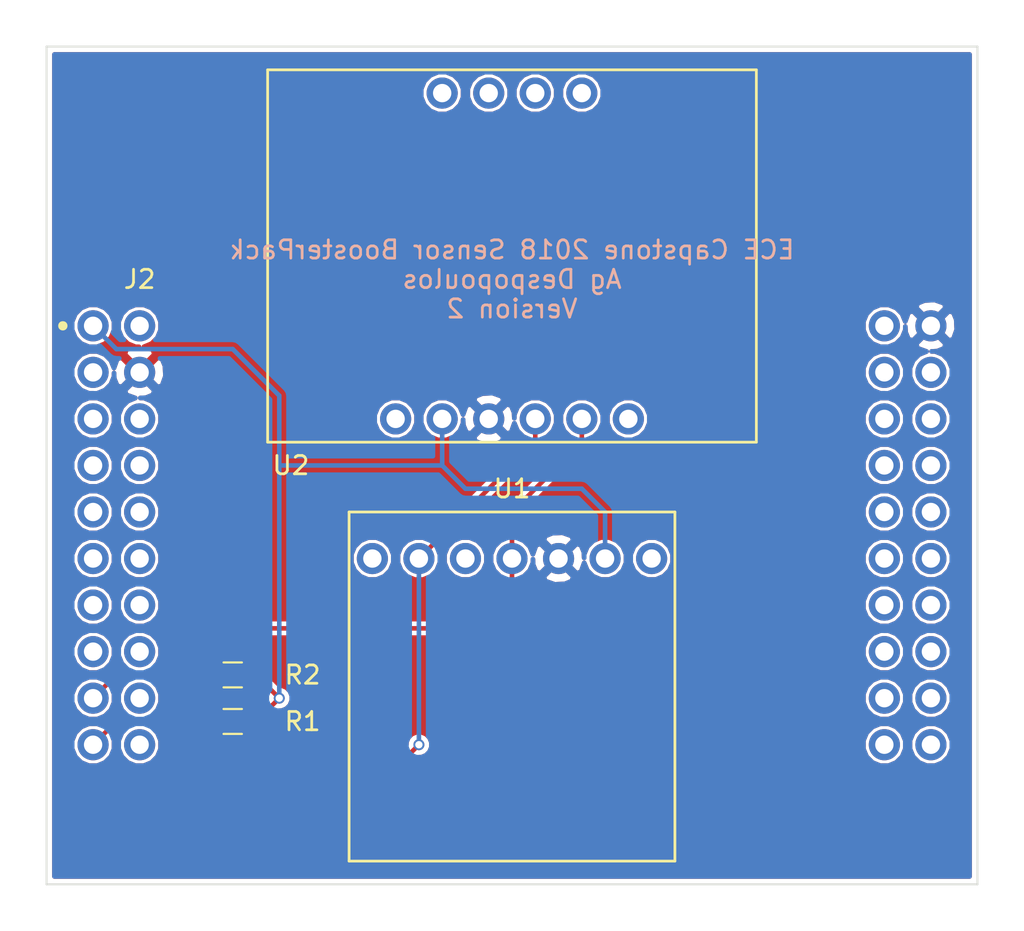
<source format=kicad_pcb>
(kicad_pcb (version 4) (host pcbnew 4.0.7-e2-6376~58~ubuntu16.04.1)

  (general
    (links 13)
    (no_connects 0)
    (area 144.729999 68.529999 195.630001 114.350001)
    (thickness 1.6)
    (drawings 6)
    (tracks 36)
    (zones 0)
    (modules 5)
    (nets 49)
  )

  (page A4)
  (layers
    (0 F.Cu signal)
    (31 B.Cu signal)
    (32 B.Adhes user)
    (33 F.Adhes user)
    (34 B.Paste user)
    (35 F.Paste user)
    (36 B.SilkS user)
    (37 F.SilkS user)
    (38 B.Mask user)
    (39 F.Mask user)
    (40 Dwgs.User user)
    (41 Cmts.User user)
    (42 Eco1.User user)
    (43 Eco2.User user)
    (44 Edge.Cuts user)
    (45 Margin user)
    (46 B.CrtYd user)
    (47 F.CrtYd user)
    (48 B.Fab user)
    (49 F.Fab user)
  )

  (setup
    (last_trace_width 0.25)
    (trace_clearance 0.2)
    (zone_clearance 0.254)
    (zone_45_only no)
    (trace_min 0.2)
    (segment_width 25.4)
    (edge_width 0.1)
    (via_size 0.6)
    (via_drill 0.4)
    (via_min_size 0.4)
    (via_min_drill 0.3)
    (uvia_size 0.3)
    (uvia_drill 0.1)
    (uvias_allowed no)
    (uvia_min_size 0.2)
    (uvia_min_drill 0.1)
    (pcb_text_width 0.3)
    (pcb_text_size 1.5 1.5)
    (mod_edge_width 0.15)
    (mod_text_size 1 1)
    (mod_text_width 0.15)
    (pad_size 1.5 1.5)
    (pad_drill 0.6)
    (pad_to_mask_clearance 0)
    (aux_axis_origin 0 0)
    (visible_elements FFFFFF7F)
    (pcbplotparams
      (layerselection 0x00030_80000001)
      (usegerberextensions false)
      (excludeedgelayer true)
      (linewidth 0.100000)
      (plotframeref false)
      (viasonmask false)
      (mode 1)
      (useauxorigin false)
      (hpglpennumber 1)
      (hpglpenspeed 20)
      (hpglpendiameter 15)
      (hpglpenoverlay 2)
      (psnegative false)
      (psa4output false)
      (plotreference true)
      (plotvalue true)
      (plotinvisibletext false)
      (padsonsilk false)
      (subtractmaskfromsilk false)
      (outputformat 1)
      (mirror false)
      (drillshape 1)
      (scaleselection 1)
      (outputdirectory ""))
  )

  (net 0 "")
  (net 1 "Net-(J2-Pad2)")
  (net 2 +3V3)
  (net 3 "Net-(J2-Pad3)")
  (net 4 "Net-(J2-Pad4)")
  (net 5 "Net-(J2-Pad5)")
  (net 6 "Net-(J2-Pad6)")
  (net 7 "Net-(J2-Pad7)")
  (net 8 "Net-(J2-Pad8)")
  (net 9 /SCL)
  (net 10 /SDA)
  (net 11 "Net-(J2-Pad11)")
  (net 12 "Net-(J2-Pad12)")
  (net 13 "Net-(J2-Pad13)")
  (net 14 "Net-(J2-Pad14)")
  (net 15 "Net-(J2-Pad15)")
  (net 16 "Net-(J2-Pad16)")
  (net 17 "Net-(J2-Pad17)")
  (net 18 "Net-(J2-Pad18)")
  (net 19 "Net-(J2-Pad19)")
  (net 20 GND)
  (net 21 "Net-(J2-Pad21)")
  (net 22 "Net-(J2-Pad23)")
  (net 23 "Net-(J2-Pad24)")
  (net 24 "Net-(J2-Pad25)")
  (net 25 "Net-(J2-Pad26)")
  (net 26 "Net-(J2-Pad27)")
  (net 27 "Net-(J2-Pad28)")
  (net 28 "Net-(J2-Pad29)")
  (net 29 "Net-(J2-Pad30)")
  (net 30 "Net-(J2-Pad31)")
  (net 31 "Net-(J2-Pad32)")
  (net 32 "Net-(J2-Pad33)")
  (net 33 "Net-(J2-Pad34)")
  (net 34 "Net-(J2-Pad35)")
  (net 35 "Net-(J2-Pad36)")
  (net 36 "Net-(J2-Pad37)")
  (net 37 "Net-(J2-Pad38)")
  (net 38 "Net-(J2-Pad39)")
  (net 39 "Net-(J2-Pad40)")
  (net 40 "Net-(U1-Pad1)")
  (net 41 "Net-(U1-Pad5)")
  (net 42 "Net-(U1-Pad7)")
  (net 43 "Net-(U2-Pad1)")
  (net 44 "Net-(U2-Pad6)")
  (net 45 "Net-(U2-Pad7)")
  (net 46 "Net-(U2-Pad8)")
  (net 47 "Net-(U2-Pad9)")
  (net 48 "Net-(U2-Pad10)")

  (net_class Default "This is the default net class."
    (clearance 0.2)
    (trace_width 0.25)
    (via_dia 0.6)
    (via_drill 0.4)
    (uvia_dia 0.3)
    (uvia_drill 0.1)
    (add_net +3V3)
    (add_net /SCL)
    (add_net /SDA)
    (add_net GND)
    (add_net "Net-(J2-Pad11)")
    (add_net "Net-(J2-Pad12)")
    (add_net "Net-(J2-Pad13)")
    (add_net "Net-(J2-Pad14)")
    (add_net "Net-(J2-Pad15)")
    (add_net "Net-(J2-Pad16)")
    (add_net "Net-(J2-Pad17)")
    (add_net "Net-(J2-Pad18)")
    (add_net "Net-(J2-Pad19)")
    (add_net "Net-(J2-Pad2)")
    (add_net "Net-(J2-Pad21)")
    (add_net "Net-(J2-Pad23)")
    (add_net "Net-(J2-Pad24)")
    (add_net "Net-(J2-Pad25)")
    (add_net "Net-(J2-Pad26)")
    (add_net "Net-(J2-Pad27)")
    (add_net "Net-(J2-Pad28)")
    (add_net "Net-(J2-Pad29)")
    (add_net "Net-(J2-Pad3)")
    (add_net "Net-(J2-Pad30)")
    (add_net "Net-(J2-Pad31)")
    (add_net "Net-(J2-Pad32)")
    (add_net "Net-(J2-Pad33)")
    (add_net "Net-(J2-Pad34)")
    (add_net "Net-(J2-Pad35)")
    (add_net "Net-(J2-Pad36)")
    (add_net "Net-(J2-Pad37)")
    (add_net "Net-(J2-Pad38)")
    (add_net "Net-(J2-Pad39)")
    (add_net "Net-(J2-Pad4)")
    (add_net "Net-(J2-Pad40)")
    (add_net "Net-(J2-Pad5)")
    (add_net "Net-(J2-Pad6)")
    (add_net "Net-(J2-Pad7)")
    (add_net "Net-(J2-Pad8)")
    (add_net "Net-(U1-Pad1)")
    (add_net "Net-(U1-Pad5)")
    (add_net "Net-(U1-Pad7)")
    (add_net "Net-(U2-Pad1)")
    (add_net "Net-(U2-Pad10)")
    (add_net "Net-(U2-Pad6)")
    (add_net "Net-(U2-Pad7)")
    (add_net "Net-(U2-Pad8)")
    (add_net "Net-(U2-Pad9)")
  )

  (module Resistors_SMD:R_0603_HandSoldering (layer F.Cu) (tedit 5A846051) (tstamp 5A846160)
    (at 154.94 105.41 180)
    (descr "Resistor SMD 0603, hand soldering")
    (tags "resistor 0603")
    (path /5A846002)
    (attr smd)
    (fp_text reference R1 (at -3.81 0 180) (layer F.SilkS)
      (effects (font (size 1 1) (thickness 0.15)))
    )
    (fp_text value 4.7k (at 0 1.55 180) (layer F.Fab)
      (effects (font (size 1 1) (thickness 0.15)))
    )
    (fp_text user %R (at 0 0 180) (layer F.Fab)
      (effects (font (size 0.4 0.4) (thickness 0.075)))
    )
    (fp_line (start -0.8 0.4) (end -0.8 -0.4) (layer F.Fab) (width 0.1))
    (fp_line (start 0.8 0.4) (end -0.8 0.4) (layer F.Fab) (width 0.1))
    (fp_line (start 0.8 -0.4) (end 0.8 0.4) (layer F.Fab) (width 0.1))
    (fp_line (start -0.8 -0.4) (end 0.8 -0.4) (layer F.Fab) (width 0.1))
    (fp_line (start 0.5 0.68) (end -0.5 0.68) (layer F.SilkS) (width 0.12))
    (fp_line (start -0.5 -0.68) (end 0.5 -0.68) (layer F.SilkS) (width 0.12))
    (fp_line (start -1.96 -0.7) (end 1.95 -0.7) (layer F.CrtYd) (width 0.05))
    (fp_line (start -1.96 -0.7) (end -1.96 0.7) (layer F.CrtYd) (width 0.05))
    (fp_line (start 1.95 0.7) (end 1.95 -0.7) (layer F.CrtYd) (width 0.05))
    (fp_line (start 1.95 0.7) (end -1.96 0.7) (layer F.CrtYd) (width 0.05))
    (pad 1 smd rect (at -1.1 0 180) (size 1.2 0.9) (layers F.Cu F.Paste F.Mask)
      (net 2 +3V3))
    (pad 2 smd rect (at 1.1 0 180) (size 1.2 0.9) (layers F.Cu F.Paste F.Mask)
      (net 10 /SDA))
    (model ${KISYS3DMOD}/Resistors_SMD.3dshapes/R_0603.wrl
      (at (xyz 0 0 0))
      (scale (xyz 1 1 1))
      (rotate (xyz 0 0 0))
    )
  )

  (module Resistors_SMD:R_0603_HandSoldering (layer F.Cu) (tedit 5A84605F) (tstamp 5A846166)
    (at 154.94 102.87 180)
    (descr "Resistor SMD 0603, hand soldering")
    (tags "resistor 0603")
    (path /5A84603F)
    (attr smd)
    (fp_text reference R2 (at -3.81 0 180) (layer F.SilkS)
      (effects (font (size 1 1) (thickness 0.15)))
    )
    (fp_text value 4.7k (at 0 1.55 180) (layer F.Fab)
      (effects (font (size 1 1) (thickness 0.15)))
    )
    (fp_text user %R (at 0 0 180) (layer F.Fab)
      (effects (font (size 0.4 0.4) (thickness 0.075)))
    )
    (fp_line (start -0.8 0.4) (end -0.8 -0.4) (layer F.Fab) (width 0.1))
    (fp_line (start 0.8 0.4) (end -0.8 0.4) (layer F.Fab) (width 0.1))
    (fp_line (start 0.8 -0.4) (end 0.8 0.4) (layer F.Fab) (width 0.1))
    (fp_line (start -0.8 -0.4) (end 0.8 -0.4) (layer F.Fab) (width 0.1))
    (fp_line (start 0.5 0.68) (end -0.5 0.68) (layer F.SilkS) (width 0.12))
    (fp_line (start -0.5 -0.68) (end 0.5 -0.68) (layer F.SilkS) (width 0.12))
    (fp_line (start -1.96 -0.7) (end 1.95 -0.7) (layer F.CrtYd) (width 0.05))
    (fp_line (start -1.96 -0.7) (end -1.96 0.7) (layer F.CrtYd) (width 0.05))
    (fp_line (start 1.95 0.7) (end 1.95 -0.7) (layer F.CrtYd) (width 0.05))
    (fp_line (start 1.95 0.7) (end -1.96 0.7) (layer F.CrtYd) (width 0.05))
    (pad 1 smd rect (at -1.1 0 180) (size 1.2 0.9) (layers F.Cu F.Paste F.Mask)
      (net 2 +3V3))
    (pad 2 smd rect (at 1.1 0 180) (size 1.2 0.9) (layers F.Cu F.Paste F.Mask)
      (net 9 /SCL))
    (model ${KISYS3DMOD}/Resistors_SMD.3dshapes/R_0603.wrl
      (at (xyz 0 0 0))
      (scale (xyz 1 1 1))
      (rotate (xyz 0 0 0))
    )
  )

  (module capstone_board_components:ti_boosterpack_40pin (layer F.Cu) (tedit 5AB05884) (tstamp 5A84615A)
    (at 147.32 106.68)
    (path /5A73471C)
    (fp_text reference J2 (at 2.54 -25.4) (layer F.SilkS)
      (effects (font (size 1 1) (thickness 0.15)))
    )
    (fp_text value Conn_01x40 (at 7.62 2.54) (layer F.Fab)
      (effects (font (size 1 1) (thickness 0.15)))
    )
    (pad 2 thru_hole circle (at 0 -20.32) (size 1.7 1.7) (drill 1) (layers *.Cu *.Mask)
      (net 1 "Net-(J2-Pad2)"))
    (pad 1 thru_hole circle (at 0 -22.86) (size 1.7 1.7) (drill 1) (layers *.Cu *.Mask)
      (net 2 +3V3))
    (pad 3 thru_hole circle (at 0 -17.78) (size 1.7 1.7) (drill 1) (layers *.Cu *.Mask)
      (net 3 "Net-(J2-Pad3)"))
    (pad 4 thru_hole circle (at 0 -15.24) (size 1.7 1.7) (drill 1) (layers *.Cu *.Mask)
      (net 4 "Net-(J2-Pad4)"))
    (pad 5 thru_hole circle (at 0 -12.7) (size 1.7 1.7) (drill 1) (layers *.Cu *.Mask)
      (net 5 "Net-(J2-Pad5)"))
    (pad 6 thru_hole circle (at 0 -10.16) (size 1.7 1.7) (drill 1) (layers *.Cu *.Mask)
      (net 6 "Net-(J2-Pad6)"))
    (pad 7 thru_hole circle (at 0 -7.62) (size 1.7 1.7) (drill 1) (layers *.Cu *.Mask)
      (net 7 "Net-(J2-Pad7)"))
    (pad 8 thru_hole circle (at 0 -5.08) (size 1.7 1.7) (drill 1) (layers *.Cu *.Mask)
      (net 8 "Net-(J2-Pad8)"))
    (pad 9 thru_hole circle (at 0 -2.54) (size 1.7 1.7) (drill 1) (layers *.Cu *.Mask)
      (net 9 /SCL))
    (pad 10 thru_hole circle (at 0 0) (size 1.7 1.7) (drill 1) (layers *.Cu *.Mask)
      (net 10 /SDA))
    (pad 11 thru_hole circle (at 45.72 0) (size 1.7 1.7) (drill 1) (layers *.Cu *.Mask)
      (net 11 "Net-(J2-Pad11)"))
    (pad 12 thru_hole circle (at 45.72 -2.54) (size 1.7 1.7) (drill 1) (layers *.Cu *.Mask)
      (net 12 "Net-(J2-Pad12)"))
    (pad 13 thru_hole circle (at 45.72 -5.08) (size 1.7 1.7) (drill 1) (layers *.Cu *.Mask)
      (net 13 "Net-(J2-Pad13)"))
    (pad 14 thru_hole circle (at 45.72 -7.62) (size 1.7 1.7) (drill 1) (layers *.Cu *.Mask)
      (net 14 "Net-(J2-Pad14)"))
    (pad 15 thru_hole circle (at 45.72 -10.16) (size 1.7 1.7) (drill 1) (layers *.Cu *.Mask)
      (net 15 "Net-(J2-Pad15)"))
    (pad 16 thru_hole circle (at 45.72 -12.7) (size 1.7 1.7) (drill 1) (layers *.Cu *.Mask)
      (net 16 "Net-(J2-Pad16)"))
    (pad 17 thru_hole circle (at 45.72 -15.24) (size 1.7 1.7) (drill 1) (layers *.Cu *.Mask)
      (net 17 "Net-(J2-Pad17)"))
    (pad 18 thru_hole circle (at 45.72 -17.78) (size 1.7 1.7) (drill 1) (layers *.Cu *.Mask)
      (net 18 "Net-(J2-Pad18)"))
    (pad 19 thru_hole circle (at 45.72 -20.32) (size 1.7 1.7) (drill 1) (layers *.Cu *.Mask)
      (net 19 "Net-(J2-Pad19)"))
    (pad 20 thru_hole circle (at 45.72 -22.86) (size 1.7 1.7) (drill 1) (layers *.Cu *.Mask)
      (net 20 GND))
    (pad 21 thru_hole circle (at 2.54 -22.86) (size 1.7 1.7) (drill 1) (layers *.Cu *.Mask)
      (net 21 "Net-(J2-Pad21)"))
    (pad 22 thru_hole circle (at 2.54 -20.32) (size 1.7 1.7) (drill 1) (layers *.Cu *.Mask)
      (net 20 GND))
    (pad 23 thru_hole circle (at 2.54 -17.78) (size 1.7 1.7) (drill 1) (layers *.Cu *.Mask)
      (net 22 "Net-(J2-Pad23)"))
    (pad 24 thru_hole circle (at 2.54 -15.24) (size 1.7 1.7) (drill 1) (layers *.Cu *.Mask)
      (net 23 "Net-(J2-Pad24)"))
    (pad 25 thru_hole circle (at 2.54 -12.7) (size 1.7 1.7) (drill 1) (layers *.Cu *.Mask)
      (net 24 "Net-(J2-Pad25)"))
    (pad 26 thru_hole circle (at 2.54 -10.16) (size 1.7 1.7) (drill 1) (layers *.Cu *.Mask)
      (net 25 "Net-(J2-Pad26)"))
    (pad 27 thru_hole circle (at 2.54 -7.62) (size 1.7 1.7) (drill 1) (layers *.Cu *.Mask)
      (net 26 "Net-(J2-Pad27)"))
    (pad 28 thru_hole circle (at 2.54 -5.08) (size 1.7 1.7) (drill 1) (layers *.Cu *.Mask)
      (net 27 "Net-(J2-Pad28)"))
    (pad 29 thru_hole circle (at 2.54 -2.54) (size 1.7 1.7) (drill 1) (layers *.Cu *.Mask)
      (net 28 "Net-(J2-Pad29)"))
    (pad 30 thru_hole circle (at 2.54 0) (size 1.7 1.7) (drill 1) (layers *.Cu *.Mask)
      (net 29 "Net-(J2-Pad30)"))
    (pad 31 thru_hole circle (at 43.18 0) (size 1.7 1.7) (drill 1) (layers *.Cu *.Mask)
      (net 30 "Net-(J2-Pad31)"))
    (pad 32 thru_hole circle (at 43.18 -2.54) (size 1.7 1.7) (drill 1) (layers *.Cu *.Mask)
      (net 31 "Net-(J2-Pad32)"))
    (pad 33 thru_hole circle (at 43.18 -5.08) (size 1.7 1.7) (drill 1) (layers *.Cu *.Mask)
      (net 32 "Net-(J2-Pad33)"))
    (pad 34 thru_hole circle (at 43.18 -7.62) (size 1.7 1.7) (drill 1) (layers *.Cu *.Mask)
      (net 33 "Net-(J2-Pad34)"))
    (pad 35 thru_hole circle (at 43.18 -10.16) (size 1.7 1.7) (drill 1) (layers *.Cu *.Mask)
      (net 34 "Net-(J2-Pad35)"))
    (pad 36 thru_hole circle (at 43.18 -12.7) (size 1.7 1.7) (drill 1) (layers *.Cu *.Mask)
      (net 35 "Net-(J2-Pad36)"))
    (pad 37 thru_hole circle (at 43.18 -15.24) (size 1.7 1.7) (drill 1) (layers *.Cu *.Mask)
      (net 36 "Net-(J2-Pad37)"))
    (pad 38 thru_hole circle (at 43.18 -17.78) (size 1.7 1.7) (drill 1) (layers *.Cu *.Mask)
      (net 37 "Net-(J2-Pad38)"))
    (pad 39 thru_hole circle (at 43.18 -20.32) (size 1.7 1.7) (drill 1) (layers *.Cu *.Mask)
      (net 38 "Net-(J2-Pad39)"))
    (pad 40 thru_hole circle (at 43.18 -22.86) (size 1.7 1.7) (drill 1) (layers *.Cu *.Mask)
      (net 39 "Net-(J2-Pad40)"))
  )

  (module capstone_board_components:adafruit_bno055 (layer F.Cu) (tedit 5AB057C0) (tstamp 5A846187)
    (at 163.83 88.9)
    (path /5A734C43)
    (fp_text reference U2 (at -5.715 2.54) (layer F.SilkS)
      (effects (font (size 1 1) (thickness 0.15)))
    )
    (fp_text value adafruit_bno055 (at 6.985 -8.89) (layer F.Fab)
      (effects (font (size 1 1) (thickness 0.15)))
    )
    (fp_line (start -6.985 1.27) (end 19.685 1.27) (layer F.SilkS) (width 0.15))
    (fp_line (start -6.985 -19.05) (end 19.685 -19.05) (layer F.SilkS) (width 0.15))
    (fp_line (start 19.685 1.27) (end 19.685 -19.05) (layer F.SilkS) (width 0.15))
    (fp_line (start -6.985 -19.05) (end -6.985 1.27) (layer F.SilkS) (width 0.15))
    (pad 1 thru_hole circle (at 0 0) (size 1.7 1.7) (drill 1) (layers *.Cu *.Mask)
      (net 43 "Net-(U2-Pad1)"))
    (pad 2 thru_hole circle (at 2.54 0) (size 1.7 1.7) (drill 1) (layers *.Cu *.Mask)
      (net 2 +3V3))
    (pad 3 thru_hole circle (at 5.08 0) (size 1.7 1.7) (drill 1) (layers *.Cu *.Mask)
      (net 20 GND))
    (pad 4 thru_hole circle (at 7.62 0) (size 1.7 1.7) (drill 1) (layers *.Cu *.Mask)
      (net 10 /SDA))
    (pad 5 thru_hole circle (at 10.16 0) (size 1.7 1.7) (drill 1) (layers *.Cu *.Mask)
      (net 9 /SCL))
    (pad 6 thru_hole circle (at 12.7 0) (size 1.7 1.7) (drill 1) (layers *.Cu *.Mask)
      (net 44 "Net-(U2-Pad6)"))
    (pad 7 thru_hole circle (at 2.54 -17.78) (size 1.7 1.7) (drill 1) (layers *.Cu *.Mask)
      (net 45 "Net-(U2-Pad7)"))
    (pad 8 thru_hole circle (at 5.08 -17.78) (size 1.7 1.7) (drill 1) (layers *.Cu *.Mask)
      (net 46 "Net-(U2-Pad8)"))
    (pad 9 thru_hole circle (at 7.62 -17.78) (size 1.7 1.7) (drill 1) (layers *.Cu *.Mask)
      (net 47 "Net-(U2-Pad9)"))
    (pad 10 thru_hole circle (at 10.16 -17.78) (size 1.7 1.7) (drill 1) (layers *.Cu *.Mask)
      (net 48 "Net-(U2-Pad10)"))
  )

  (module capstone_board_components:adafruit_bmp280 (layer F.Cu) (tedit 5AB05767) (tstamp 5A846175)
    (at 179.07 93.98 180)
    (path /5A73517C)
    (fp_text reference U1 (at 8.89 1.27 180) (layer F.SilkS)
      (effects (font (size 1 1) (thickness 0.15)))
    )
    (fp_text value adafruit_bmp280 (at 8.89 -10.16 180) (layer F.Fab)
      (effects (font (size 1 1) (thickness 0.15)))
    )
    (fp_line (start 0 0) (end 17.78 0) (layer F.SilkS) (width 0.15))
    (fp_line (start 17.78 0) (end 17.78 -19.05) (layer F.SilkS) (width 0.15))
    (fp_line (start 17.78 -19.05) (end 0 -19.05) (layer F.SilkS) (width 0.15))
    (fp_line (start 0 -19.05) (end 0 0) (layer F.SilkS) (width 0.15))
    (pad 1 thru_hole circle (at 1.27 -2.54 180) (size 1.7 1.7) (drill 1) (layers *.Cu *.Mask)
      (net 40 "Net-(U1-Pad1)"))
    (pad 2 thru_hole circle (at 3.81 -2.54 180) (size 1.7 1.7) (drill 1) (layers *.Cu *.Mask)
      (net 2 +3V3))
    (pad 3 thru_hole circle (at 6.35 -2.54 180) (size 1.7 1.7) (drill 1) (layers *.Cu *.Mask)
      (net 20 GND))
    (pad 4 thru_hole circle (at 8.89 -2.54 180) (size 1.7 1.7) (drill 1) (layers *.Cu *.Mask)
      (net 9 /SCL))
    (pad 5 thru_hole circle (at 11.43 -2.54 180) (size 1.7 1.7) (drill 1) (layers *.Cu *.Mask)
      (net 41 "Net-(U1-Pad5)"))
    (pad 6 thru_hole circle (at 13.97 -2.54 180) (size 1.7 1.7) (drill 1) (layers *.Cu *.Mask)
      (net 10 /SDA))
    (pad 7 thru_hole circle (at 16.51 -2.54 180) (size 1.7 1.7) (drill 1) (layers *.Cu *.Mask)
      (net 42 "Net-(U1-Pad7)"))
  )

  (gr_circle (center 145.669 83.82) (end 145.669 83.693) (layer F.SilkS) (width 0.254))
  (gr_text "ECE Capstone 2018 Sensor BoosterPack\nAg Despopoulos\nVersion 2" (at 170.18 81.28) (layer B.SilkS)
    (effects (font (size 1 1) (thickness 0.15)) (justify mirror))
  )
  (gr_line (start 195.58 68.58) (end 144.78 68.58) (angle 90) (layer Edge.Cuts) (width 0.1))
  (gr_line (start 195.58 114.3) (end 195.58 68.58) (angle 90) (layer Edge.Cuts) (width 0.1))
  (gr_line (start 144.78 114.3) (end 195.58 114.3) (angle 90) (layer Edge.Cuts) (width 0.1))
  (gr_line (start 144.78 68.58) (end 144.78 114.3) (angle 90) (layer Edge.Cuts) (width 0.1))

  (segment (start 147.32 83.82) (end 148.59 85.09) (width 0.25) (layer B.Cu) (net 2))
  (segment (start 157.48 87.63) (end 157.48 91.44) (width 0.25) (layer B.Cu) (net 2) (tstamp 5A84636F))
  (segment (start 154.94 85.09) (end 157.48 87.63) (width 0.25) (layer B.Cu) (net 2) (tstamp 5A84636E))
  (segment (start 148.59 85.09) (end 154.94 85.09) (width 0.25) (layer B.Cu) (net 2) (tstamp 5A84636D))
  (segment (start 156.04 102.87) (end 156.21 102.87) (width 0.25) (layer F.Cu) (net 2))
  (segment (start 156.21 102.87) (end 157.48 104.14) (width 0.25) (layer F.Cu) (net 2) (tstamp 5A84636A))
  (segment (start 166.37 91.44) (end 157.48 91.44) (width 0.25) (layer B.Cu) (net 2))
  (segment (start 157.48 104.14) (end 156.21 105.41) (width 0.25) (layer F.Cu) (net 2) (tstamp 5A846366))
  (via (at 157.48 104.14) (size 0.6) (drill 0.4) (layers F.Cu B.Cu) (net 2))
  (segment (start 157.48 91.44) (end 157.48 104.14) (width 0.25) (layer B.Cu) (net 2) (tstamp 5A846363))
  (segment (start 156.21 105.41) (end 156.04 105.41) (width 0.25) (layer F.Cu) (net 2) (tstamp 5A846367))
  (segment (start 175.26 96.52) (end 175.26 93.98) (width 0.25) (layer B.Cu) (net 2))
  (segment (start 166.37 91.44) (end 166.37 88.9) (width 0.25) (layer B.Cu) (net 2) (tstamp 5A84635F))
  (segment (start 167.64 92.71) (end 166.37 91.44) (width 0.25) (layer B.Cu) (net 2) (tstamp 5A84635D))
  (segment (start 173.99 92.71) (end 167.64 92.71) (width 0.25) (layer B.Cu) (net 2) (tstamp 5A84635B))
  (segment (start 175.26 93.98) (end 173.99 92.71) (width 0.25) (layer B.Cu) (net 2) (tstamp 5A846359))
  (segment (start 170.18 96.52) (end 170.18 93.98) (width 0.25) (layer F.Cu) (net 9))
  (segment (start 173.99 90.17) (end 173.99 88.9) (width 0.25) (layer F.Cu) (net 9) (tstamp 5A84633C))
  (segment (start 170.18 93.98) (end 173.99 90.17) (width 0.25) (layer F.Cu) (net 9) (tstamp 5A84633A))
  (segment (start 153.84 102.87) (end 153.84 101.43) (width 0.25) (layer F.Cu) (net 9))
  (segment (start 170.18 99.06) (end 170.18 96.52) (width 0.25) (layer F.Cu) (net 9) (tstamp 5A846336))
  (segment (start 168.91 100.33) (end 170.18 99.06) (width 0.25) (layer F.Cu) (net 9) (tstamp 5A846334))
  (segment (start 154.94 100.33) (end 168.91 100.33) (width 0.25) (layer F.Cu) (net 9) (tstamp 5A846333))
  (segment (start 153.84 101.43) (end 154.94 100.33) (width 0.25) (layer F.Cu) (net 9) (tstamp 5A846332))
  (segment (start 147.32 104.14) (end 148.59 102.87) (width 0.25) (layer F.Cu) (net 9))
  (segment (start 148.59 102.87) (end 153.84 102.87) (width 0.25) (layer F.Cu) (net 9) (tstamp 5A846324))
  (segment (start 165.1 96.52) (end 171.45 90.17) (width 0.25) (layer F.Cu) (net 10))
  (segment (start 171.45 90.17) (end 171.45 88.9) (width 0.25) (layer F.Cu) (net 10) (tstamp 5A846356))
  (segment (start 153.84 105.41) (end 153.84 106.85) (width 0.25) (layer F.Cu) (net 10))
  (segment (start 165.1 106.68) (end 165.1 96.52) (width 0.25) (layer B.Cu) (net 10) (tstamp 5A846353))
  (via (at 165.1 106.68) (size 0.6) (drill 0.4) (layers F.Cu B.Cu) (net 10))
  (segment (start 163.83 107.95) (end 165.1 106.68) (width 0.25) (layer F.Cu) (net 10) (tstamp 5A846350))
  (segment (start 154.94 107.95) (end 163.83 107.95) (width 0.25) (layer F.Cu) (net 10) (tstamp 5A84634F))
  (segment (start 153.84 106.85) (end 154.94 107.95) (width 0.25) (layer F.Cu) (net 10) (tstamp 5A84634E))
  (segment (start 147.32 106.68) (end 148.59 105.41) (width 0.25) (layer F.Cu) (net 10))
  (segment (start 148.59 105.41) (end 153.84 105.41) (width 0.25) (layer F.Cu) (net 10) (tstamp 5A84632F))

  (zone (net 20) (net_name GND) (layer F.Cu) (tstamp 5A846372) (hatch edge 0.508)
    (connect_pads (clearance 0.254))
    (min_thickness 0.254)
    (fill yes (arc_segments 16) (thermal_gap 0.508) (thermal_bridge_width 0.508))
    (polygon
      (pts
        (xy 198.12 116.84) (xy 142.24 116.84) (xy 142.24 66.04) (xy 198.12 66.04)
      )
    )
    (filled_polygon
      (pts
        (xy 195.149 113.869) (xy 145.211 113.869) (xy 145.211 104.366359) (xy 146.176802 104.366359) (xy 146.350446 104.786612)
        (xy 146.671697 105.108423) (xy 147.091646 105.282801) (xy 147.546359 105.283198) (xy 147.966612 105.109554) (xy 148.288423 104.788303)
        (xy 148.462801 104.368354) (xy 148.463198 103.913641) (xy 148.404357 103.771235) (xy 148.799592 103.376) (xy 149.007476 103.376)
        (xy 148.891577 103.491697) (xy 148.717199 103.911646) (xy 148.716802 104.366359) (xy 148.890446 104.786612) (xy 149.00763 104.904)
        (xy 148.59 104.904) (xy 148.396362 104.942517) (xy 148.232204 105.052204) (xy 147.688864 105.595544) (xy 147.548354 105.537199)
        (xy 147.093641 105.536802) (xy 146.673388 105.710446) (xy 146.351577 106.031697) (xy 146.177199 106.451646) (xy 146.176802 106.906359)
        (xy 146.350446 107.326612) (xy 146.671697 107.648423) (xy 147.091646 107.822801) (xy 147.546359 107.823198) (xy 147.966612 107.649554)
        (xy 148.288423 107.328303) (xy 148.462801 106.908354) (xy 148.463198 106.453641) (xy 148.404357 106.311235) (xy 148.799592 105.916)
        (xy 149.007476 105.916) (xy 148.891577 106.031697) (xy 148.717199 106.451646) (xy 148.716802 106.906359) (xy 148.890446 107.326612)
        (xy 149.211697 107.648423) (xy 149.631646 107.822801) (xy 150.086359 107.823198) (xy 150.506612 107.649554) (xy 150.828423 107.328303)
        (xy 151.002801 106.908354) (xy 151.003198 106.453641) (xy 150.829554 106.033388) (xy 150.71237 105.916) (xy 152.862073 105.916)
        (xy 152.878103 106.00119) (xy 152.961546 106.130865) (xy 153.088866 106.217859) (xy 153.24 106.248464) (xy 153.334 106.248464)
        (xy 153.334 106.85) (xy 153.372517 107.043638) (xy 153.482204 107.207796) (xy 154.582204 108.307796) (xy 154.746362 108.417483)
        (xy 154.94 108.456) (xy 163.83 108.456) (xy 164.023638 108.417483) (xy 164.187796 108.307796) (xy 165.134561 107.361031)
        (xy 165.234865 107.361118) (xy 165.485252 107.257661) (xy 165.676987 107.066259) (xy 165.743383 106.906359) (xy 189.356802 106.906359)
        (xy 189.530446 107.326612) (xy 189.851697 107.648423) (xy 190.271646 107.822801) (xy 190.726359 107.823198) (xy 191.146612 107.649554)
        (xy 191.468423 107.328303) (xy 191.642801 106.908354) (xy 191.642802 106.906359) (xy 191.896802 106.906359) (xy 192.070446 107.326612)
        (xy 192.391697 107.648423) (xy 192.811646 107.822801) (xy 193.266359 107.823198) (xy 193.686612 107.649554) (xy 194.008423 107.328303)
        (xy 194.182801 106.908354) (xy 194.183198 106.453641) (xy 194.009554 106.033388) (xy 193.688303 105.711577) (xy 193.268354 105.537199)
        (xy 192.813641 105.536802) (xy 192.393388 105.710446) (xy 192.071577 106.031697) (xy 191.897199 106.451646) (xy 191.896802 106.906359)
        (xy 191.642802 106.906359) (xy 191.643198 106.453641) (xy 191.469554 106.033388) (xy 191.148303 105.711577) (xy 190.728354 105.537199)
        (xy 190.273641 105.536802) (xy 189.853388 105.710446) (xy 189.531577 106.031697) (xy 189.357199 106.451646) (xy 189.356802 106.906359)
        (xy 165.743383 106.906359) (xy 165.780882 106.816054) (xy 165.781118 106.545135) (xy 165.677661 106.294748) (xy 165.486259 106.103013)
        (xy 165.236054 105.999118) (xy 164.965135 105.998882) (xy 164.714748 106.102339) (xy 164.523013 106.293741) (xy 164.419118 106.543946)
        (xy 164.41903 106.645378) (xy 163.620408 107.444) (xy 155.149592 107.444) (xy 154.346 106.640408) (xy 154.346 106.248464)
        (xy 154.44 106.248464) (xy 154.58119 106.221897) (xy 154.710865 106.138454) (xy 154.797859 106.011134) (xy 154.828464 105.86)
        (xy 154.828464 104.96) (xy 154.801897 104.81881) (xy 154.718454 104.689135) (xy 154.591134 104.602141) (xy 154.44 104.571536)
        (xy 153.24 104.571536) (xy 153.09881 104.598103) (xy 152.969135 104.681546) (xy 152.882141 104.808866) (xy 152.862876 104.904)
        (xy 150.712524 104.904) (xy 150.828423 104.788303) (xy 151.002801 104.368354) (xy 151.003198 103.913641) (xy 150.829554 103.493388)
        (xy 150.71237 103.376) (xy 152.862073 103.376) (xy 152.878103 103.46119) (xy 152.961546 103.590865) (xy 153.088866 103.677859)
        (xy 153.24 103.708464) (xy 154.44 103.708464) (xy 154.58119 103.681897) (xy 154.710865 103.598454) (xy 154.797859 103.471134)
        (xy 154.828464 103.32) (xy 154.828464 102.42) (xy 155.051536 102.42) (xy 155.051536 103.32) (xy 155.078103 103.46119)
        (xy 155.161546 103.590865) (xy 155.288866 103.677859) (xy 155.44 103.708464) (xy 156.332872 103.708464) (xy 156.764408 104.14)
        (xy 156.332872 104.571536) (xy 155.44 104.571536) (xy 155.29881 104.598103) (xy 155.169135 104.681546) (xy 155.082141 104.808866)
        (xy 155.051536 104.96) (xy 155.051536 105.86) (xy 155.078103 106.00119) (xy 155.161546 106.130865) (xy 155.288866 106.217859)
        (xy 155.44 106.248464) (xy 156.64 106.248464) (xy 156.78119 106.221897) (xy 156.910865 106.138454) (xy 156.997859 106.011134)
        (xy 157.028464 105.86) (xy 157.028464 105.307128) (xy 157.514561 104.821031) (xy 157.614865 104.821118) (xy 157.865252 104.717661)
        (xy 158.056987 104.526259) (xy 158.123383 104.366359) (xy 189.356802 104.366359) (xy 189.530446 104.786612) (xy 189.851697 105.108423)
        (xy 190.271646 105.282801) (xy 190.726359 105.283198) (xy 191.146612 105.109554) (xy 191.468423 104.788303) (xy 191.642801 104.368354)
        (xy 191.642802 104.366359) (xy 191.896802 104.366359) (xy 192.070446 104.786612) (xy 192.391697 105.108423) (xy 192.811646 105.282801)
        (xy 193.266359 105.283198) (xy 193.686612 105.109554) (xy 194.008423 104.788303) (xy 194.182801 104.368354) (xy 194.183198 103.913641)
        (xy 194.009554 103.493388) (xy 193.688303 103.171577) (xy 193.268354 102.997199) (xy 192.813641 102.996802) (xy 192.393388 103.170446)
        (xy 192.071577 103.491697) (xy 191.897199 103.911646) (xy 191.896802 104.366359) (xy 191.642802 104.366359) (xy 191.643198 103.913641)
        (xy 191.469554 103.493388) (xy 191.148303 103.171577) (xy 190.728354 102.997199) (xy 190.273641 102.996802) (xy 189.853388 103.170446)
        (xy 189.531577 103.491697) (xy 189.357199 103.911646) (xy 189.356802 104.366359) (xy 158.123383 104.366359) (xy 158.160882 104.276054)
        (xy 158.161118 104.005135) (xy 158.057661 103.754748) (xy 157.866259 103.563013) (xy 157.616054 103.459118) (xy 157.514622 103.45903)
        (xy 157.028464 102.972872) (xy 157.028464 102.42) (xy 157.001897 102.27881) (xy 156.918454 102.149135) (xy 156.791134 102.062141)
        (xy 156.64 102.031536) (xy 155.44 102.031536) (xy 155.29881 102.058103) (xy 155.169135 102.141546) (xy 155.082141 102.268866)
        (xy 155.051536 102.42) (xy 154.828464 102.42) (xy 154.801897 102.27881) (xy 154.718454 102.149135) (xy 154.591134 102.062141)
        (xy 154.44 102.031536) (xy 154.346 102.031536) (xy 154.346 101.826359) (xy 189.356802 101.826359) (xy 189.530446 102.246612)
        (xy 189.851697 102.568423) (xy 190.271646 102.742801) (xy 190.726359 102.743198) (xy 191.146612 102.569554) (xy 191.468423 102.248303)
        (xy 191.642801 101.828354) (xy 191.642802 101.826359) (xy 191.896802 101.826359) (xy 192.070446 102.246612) (xy 192.391697 102.568423)
        (xy 192.811646 102.742801) (xy 193.266359 102.743198) (xy 193.686612 102.569554) (xy 194.008423 102.248303) (xy 194.182801 101.828354)
        (xy 194.183198 101.373641) (xy 194.009554 100.953388) (xy 193.688303 100.631577) (xy 193.268354 100.457199) (xy 192.813641 100.456802)
        (xy 192.393388 100.630446) (xy 192.071577 100.951697) (xy 191.897199 101.371646) (xy 191.896802 101.826359) (xy 191.642802 101.826359)
        (xy 191.643198 101.373641) (xy 191.469554 100.953388) (xy 191.148303 100.631577) (xy 190.728354 100.457199) (xy 190.273641 100.456802)
        (xy 189.853388 100.630446) (xy 189.531577 100.951697) (xy 189.357199 101.371646) (xy 189.356802 101.826359) (xy 154.346 101.826359)
        (xy 154.346 101.639592) (xy 155.149592 100.836) (xy 168.91 100.836) (xy 169.103638 100.797483) (xy 169.267796 100.687796)
        (xy 170.537796 99.417796) (xy 170.625619 99.286359) (xy 189.356802 99.286359) (xy 189.530446 99.706612) (xy 189.851697 100.028423)
        (xy 190.271646 100.202801) (xy 190.726359 100.203198) (xy 191.146612 100.029554) (xy 191.468423 99.708303) (xy 191.642801 99.288354)
        (xy 191.642802 99.286359) (xy 191.896802 99.286359) (xy 192.070446 99.706612) (xy 192.391697 100.028423) (xy 192.811646 100.202801)
        (xy 193.266359 100.203198) (xy 193.686612 100.029554) (xy 194.008423 99.708303) (xy 194.182801 99.288354) (xy 194.183198 98.833641)
        (xy 194.009554 98.413388) (xy 193.688303 98.091577) (xy 193.268354 97.917199) (xy 192.813641 97.916802) (xy 192.393388 98.090446)
        (xy 192.071577 98.411697) (xy 191.897199 98.831646) (xy 191.896802 99.286359) (xy 191.642802 99.286359) (xy 191.643198 98.833641)
        (xy 191.469554 98.413388) (xy 191.148303 98.091577) (xy 190.728354 97.917199) (xy 190.273641 97.916802) (xy 189.853388 98.090446)
        (xy 189.531577 98.411697) (xy 189.357199 98.831646) (xy 189.356802 99.286359) (xy 170.625619 99.286359) (xy 170.647483 99.253638)
        (xy 170.686 99.06) (xy 170.686 97.547653) (xy 170.800814 97.500213) (xy 171.919392 97.500213) (xy 171.988857 97.742397)
        (xy 172.512302 97.929144) (xy 173.067368 97.901362) (xy 173.451143 97.742397) (xy 173.520608 97.500213) (xy 172.72 96.699605)
        (xy 171.919392 97.500213) (xy 170.800814 97.500213) (xy 170.826612 97.489554) (xy 171.148423 97.168303) (xy 171.322801 96.748354)
        (xy 171.32297 96.55434) (xy 171.338638 96.867368) (xy 171.497603 97.251143) (xy 171.739787 97.320608) (xy 172.540395 96.52)
        (xy 172.899605 96.52) (xy 173.700213 97.320608) (xy 173.942397 97.251143) (xy 174.119852 96.753742) (xy 174.290446 97.166612)
        (xy 174.611697 97.488423) (xy 175.031646 97.662801) (xy 175.486359 97.663198) (xy 175.906612 97.489554) (xy 176.228423 97.168303)
        (xy 176.402801 96.748354) (xy 176.402802 96.746359) (xy 176.656802 96.746359) (xy 176.830446 97.166612) (xy 177.151697 97.488423)
        (xy 177.571646 97.662801) (xy 178.026359 97.663198) (xy 178.446612 97.489554) (xy 178.768423 97.168303) (xy 178.942801 96.748354)
        (xy 178.942802 96.746359) (xy 189.356802 96.746359) (xy 189.530446 97.166612) (xy 189.851697 97.488423) (xy 190.271646 97.662801)
        (xy 190.726359 97.663198) (xy 191.146612 97.489554) (xy 191.468423 97.168303) (xy 191.642801 96.748354) (xy 191.642802 96.746359)
        (xy 191.896802 96.746359) (xy 192.070446 97.166612) (xy 192.391697 97.488423) (xy 192.811646 97.662801) (xy 193.266359 97.663198)
        (xy 193.686612 97.489554) (xy 194.008423 97.168303) (xy 194.182801 96.748354) (xy 194.183198 96.293641) (xy 194.009554 95.873388)
        (xy 193.688303 95.551577) (xy 193.268354 95.377199) (xy 192.813641 95.376802) (xy 192.393388 95.550446) (xy 192.071577 95.871697)
        (xy 191.897199 96.291646) (xy 191.896802 96.746359) (xy 191.642802 96.746359) (xy 191.643198 96.293641) (xy 191.469554 95.873388)
        (xy 191.148303 95.551577) (xy 190.728354 95.377199) (xy 190.273641 95.376802) (xy 189.853388 95.550446) (xy 189.531577 95.871697)
        (xy 189.357199 96.291646) (xy 189.356802 96.746359) (xy 178.942802 96.746359) (xy 178.943198 96.293641) (xy 178.769554 95.873388)
        (xy 178.448303 95.551577) (xy 178.028354 95.377199) (xy 177.573641 95.376802) (xy 177.153388 95.550446) (xy 176.831577 95.871697)
        (xy 176.657199 96.291646) (xy 176.656802 96.746359) (xy 176.402802 96.746359) (xy 176.403198 96.293641) (xy 176.229554 95.873388)
        (xy 175.908303 95.551577) (xy 175.488354 95.377199) (xy 175.033641 95.376802) (xy 174.613388 95.550446) (xy 174.291577 95.871697)
        (xy 174.117199 96.291646) (xy 174.11703 96.48566) (xy 174.101362 96.172632) (xy 173.942397 95.788857) (xy 173.700213 95.719392)
        (xy 172.899605 96.52) (xy 172.540395 96.52) (xy 171.739787 95.719392) (xy 171.497603 95.788857) (xy 171.320148 96.286258)
        (xy 171.149554 95.873388) (xy 170.828303 95.551577) (xy 170.79991 95.539787) (xy 171.919392 95.539787) (xy 172.72 96.340395)
        (xy 173.520608 95.539787) (xy 173.451143 95.297603) (xy 172.927698 95.110856) (xy 172.372632 95.138638) (xy 171.988857 95.297603)
        (xy 171.919392 95.539787) (xy 170.79991 95.539787) (xy 170.686 95.492488) (xy 170.686 94.206359) (xy 189.356802 94.206359)
        (xy 189.530446 94.626612) (xy 189.851697 94.948423) (xy 190.271646 95.122801) (xy 190.726359 95.123198) (xy 191.146612 94.949554)
        (xy 191.468423 94.628303) (xy 191.642801 94.208354) (xy 191.642802 94.206359) (xy 191.896802 94.206359) (xy 192.070446 94.626612)
        (xy 192.391697 94.948423) (xy 192.811646 95.122801) (xy 193.266359 95.123198) (xy 193.686612 94.949554) (xy 194.008423 94.628303)
        (xy 194.182801 94.208354) (xy 194.183198 93.753641) (xy 194.009554 93.333388) (xy 193.688303 93.011577) (xy 193.268354 92.837199)
        (xy 192.813641 92.836802) (xy 192.393388 93.010446) (xy 192.071577 93.331697) (xy 191.897199 93.751646) (xy 191.896802 94.206359)
        (xy 191.642802 94.206359) (xy 191.643198 93.753641) (xy 191.469554 93.333388) (xy 191.148303 93.011577) (xy 190.728354 92.837199)
        (xy 190.273641 92.836802) (xy 189.853388 93.010446) (xy 189.531577 93.331697) (xy 189.357199 93.751646) (xy 189.356802 94.206359)
        (xy 170.686 94.206359) (xy 170.686 94.189592) (xy 173.209233 91.666359) (xy 189.356802 91.666359) (xy 189.530446 92.086612)
        (xy 189.851697 92.408423) (xy 190.271646 92.582801) (xy 190.726359 92.583198) (xy 191.146612 92.409554) (xy 191.468423 92.088303)
        (xy 191.642801 91.668354) (xy 191.642802 91.666359) (xy 191.896802 91.666359) (xy 192.070446 92.086612) (xy 192.391697 92.408423)
        (xy 192.811646 92.582801) (xy 193.266359 92.583198) (xy 193.686612 92.409554) (xy 194.008423 92.088303) (xy 194.182801 91.668354)
        (xy 194.183198 91.213641) (xy 194.009554 90.793388) (xy 193.688303 90.471577) (xy 193.268354 90.297199) (xy 192.813641 90.296802)
        (xy 192.393388 90.470446) (xy 192.071577 90.791697) (xy 191.897199 91.211646) (xy 191.896802 91.666359) (xy 191.642802 91.666359)
        (xy 191.643198 91.213641) (xy 191.469554 90.793388) (xy 191.148303 90.471577) (xy 190.728354 90.297199) (xy 190.273641 90.296802)
        (xy 189.853388 90.470446) (xy 189.531577 90.791697) (xy 189.357199 91.211646) (xy 189.356802 91.666359) (xy 173.209233 91.666359)
        (xy 174.347796 90.527796) (xy 174.386116 90.470446) (xy 174.457483 90.363638) (xy 174.496 90.17) (xy 174.496 89.927653)
        (xy 174.636612 89.869554) (xy 174.958423 89.548303) (xy 175.132801 89.128354) (xy 175.132802 89.126359) (xy 175.386802 89.126359)
        (xy 175.560446 89.546612) (xy 175.881697 89.868423) (xy 176.301646 90.042801) (xy 176.756359 90.043198) (xy 177.176612 89.869554)
        (xy 177.498423 89.548303) (xy 177.672801 89.128354) (xy 177.672802 89.126359) (xy 189.356802 89.126359) (xy 189.530446 89.546612)
        (xy 189.851697 89.868423) (xy 190.271646 90.042801) (xy 190.726359 90.043198) (xy 191.146612 89.869554) (xy 191.468423 89.548303)
        (xy 191.642801 89.128354) (xy 191.642802 89.126359) (xy 191.896802 89.126359) (xy 192.070446 89.546612) (xy 192.391697 89.868423)
        (xy 192.811646 90.042801) (xy 193.266359 90.043198) (xy 193.686612 89.869554) (xy 194.008423 89.548303) (xy 194.182801 89.128354)
        (xy 194.183198 88.673641) (xy 194.009554 88.253388) (xy 193.688303 87.931577) (xy 193.268354 87.757199) (xy 192.813641 87.756802)
        (xy 192.393388 87.930446) (xy 192.071577 88.251697) (xy 191.897199 88.671646) (xy 191.896802 89.126359) (xy 191.642802 89.126359)
        (xy 191.643198 88.673641) (xy 191.469554 88.253388) (xy 191.148303 87.931577) (xy 190.728354 87.757199) (xy 190.273641 87.756802)
        (xy 189.853388 87.930446) (xy 189.531577 88.251697) (xy 189.357199 88.671646) (xy 189.356802 89.126359) (xy 177.672802 89.126359)
        (xy 177.673198 88.673641) (xy 177.499554 88.253388) (xy 177.178303 87.931577) (xy 176.758354 87.757199) (xy 176.303641 87.756802)
        (xy 175.883388 87.930446) (xy 175.561577 88.251697) (xy 175.387199 88.671646) (xy 175.386802 89.126359) (xy 175.132802 89.126359)
        (xy 175.133198 88.673641) (xy 174.959554 88.253388) (xy 174.638303 87.931577) (xy 174.218354 87.757199) (xy 173.763641 87.756802)
        (xy 173.343388 87.930446) (xy 173.021577 88.251697) (xy 172.847199 88.671646) (xy 172.846802 89.126359) (xy 173.020446 89.546612)
        (xy 173.341697 89.868423) (xy 173.484 89.927512) (xy 173.484 89.960408) (xy 169.822204 93.622204) (xy 169.712517 93.786362)
        (xy 169.674 93.98) (xy 169.674 95.492347) (xy 169.533388 95.550446) (xy 169.211577 95.871697) (xy 169.037199 96.291646)
        (xy 169.036802 96.746359) (xy 169.210446 97.166612) (xy 169.531697 97.488423) (xy 169.674 97.547512) (xy 169.674 98.850408)
        (xy 168.700408 99.824) (xy 154.94 99.824) (xy 154.746362 99.862517) (xy 154.582204 99.972204) (xy 153.482204 101.072204)
        (xy 153.372517 101.236362) (xy 153.334 101.43) (xy 153.334 102.031536) (xy 153.24 102.031536) (xy 153.09881 102.058103)
        (xy 152.969135 102.141546) (xy 152.882141 102.268866) (xy 152.862876 102.364) (xy 150.712524 102.364) (xy 150.828423 102.248303)
        (xy 151.002801 101.828354) (xy 151.003198 101.373641) (xy 150.829554 100.953388) (xy 150.508303 100.631577) (xy 150.088354 100.457199)
        (xy 149.633641 100.456802) (xy 149.213388 100.630446) (xy 148.891577 100.951697) (xy 148.717199 101.371646) (xy 148.716802 101.826359)
        (xy 148.890446 102.246612) (xy 149.00763 102.364) (xy 148.59 102.364) (xy 148.396362 102.402517) (xy 148.232204 102.512204)
        (xy 147.688864 103.055544) (xy 147.548354 102.997199) (xy 147.093641 102.996802) (xy 146.673388 103.170446) (xy 146.351577 103.491697)
        (xy 146.177199 103.911646) (xy 146.176802 104.366359) (xy 145.211 104.366359) (xy 145.211 101.826359) (xy 146.176802 101.826359)
        (xy 146.350446 102.246612) (xy 146.671697 102.568423) (xy 147.091646 102.742801) (xy 147.546359 102.743198) (xy 147.966612 102.569554)
        (xy 148.288423 102.248303) (xy 148.462801 101.828354) (xy 148.463198 101.373641) (xy 148.289554 100.953388) (xy 147.968303 100.631577)
        (xy 147.548354 100.457199) (xy 147.093641 100.456802) (xy 146.673388 100.630446) (xy 146.351577 100.951697) (xy 146.177199 101.371646)
        (xy 146.176802 101.826359) (xy 145.211 101.826359) (xy 145.211 99.286359) (xy 146.176802 99.286359) (xy 146.350446 99.706612)
        (xy 146.671697 100.028423) (xy 147.091646 100.202801) (xy 147.546359 100.203198) (xy 147.966612 100.029554) (xy 148.288423 99.708303)
        (xy 148.462801 99.288354) (xy 148.462802 99.286359) (xy 148.716802 99.286359) (xy 148.890446 99.706612) (xy 149.211697 100.028423)
        (xy 149.631646 100.202801) (xy 150.086359 100.203198) (xy 150.506612 100.029554) (xy 150.828423 99.708303) (xy 151.002801 99.288354)
        (xy 151.003198 98.833641) (xy 150.829554 98.413388) (xy 150.508303 98.091577) (xy 150.088354 97.917199) (xy 149.633641 97.916802)
        (xy 149.213388 98.090446) (xy 148.891577 98.411697) (xy 148.717199 98.831646) (xy 148.716802 99.286359) (xy 148.462802 99.286359)
        (xy 148.463198 98.833641) (xy 148.289554 98.413388) (xy 147.968303 98.091577) (xy 147.548354 97.917199) (xy 147.093641 97.916802)
        (xy 146.673388 98.090446) (xy 146.351577 98.411697) (xy 146.177199 98.831646) (xy 146.176802 99.286359) (xy 145.211 99.286359)
        (xy 145.211 96.746359) (xy 146.176802 96.746359) (xy 146.350446 97.166612) (xy 146.671697 97.488423) (xy 147.091646 97.662801)
        (xy 147.546359 97.663198) (xy 147.966612 97.489554) (xy 148.288423 97.168303) (xy 148.462801 96.748354) (xy 148.462802 96.746359)
        (xy 148.716802 96.746359) (xy 148.890446 97.166612) (xy 149.211697 97.488423) (xy 149.631646 97.662801) (xy 150.086359 97.663198)
        (xy 150.506612 97.489554) (xy 150.828423 97.168303) (xy 151.002801 96.748354) (xy 151.002802 96.746359) (xy 161.416802 96.746359)
        (xy 161.590446 97.166612) (xy 161.911697 97.488423) (xy 162.331646 97.662801) (xy 162.786359 97.663198) (xy 163.206612 97.489554)
        (xy 163.528423 97.168303) (xy 163.702801 96.748354) (xy 163.702802 96.746359) (xy 163.956802 96.746359) (xy 164.130446 97.166612)
        (xy 164.451697 97.488423) (xy 164.871646 97.662801) (xy 165.326359 97.663198) (xy 165.746612 97.489554) (xy 166.068423 97.168303)
        (xy 166.242801 96.748354) (xy 166.242802 96.746359) (xy 166.496802 96.746359) (xy 166.670446 97.166612) (xy 166.991697 97.488423)
        (xy 167.411646 97.662801) (xy 167.866359 97.663198) (xy 168.286612 97.489554) (xy 168.608423 97.168303) (xy 168.782801 96.748354)
        (xy 168.783198 96.293641) (xy 168.609554 95.873388) (xy 168.288303 95.551577) (xy 167.868354 95.377199) (xy 167.413641 95.376802)
        (xy 166.993388 95.550446) (xy 166.671577 95.871697) (xy 166.497199 96.291646) (xy 166.496802 96.746359) (xy 166.242802 96.746359)
        (xy 166.243198 96.293641) (xy 166.184357 96.151235) (xy 171.807796 90.527796) (xy 171.917483 90.363638) (xy 171.956 90.17)
        (xy 171.956 89.927653) (xy 172.096612 89.869554) (xy 172.418423 89.548303) (xy 172.592801 89.128354) (xy 172.593198 88.673641)
        (xy 172.419554 88.253388) (xy 172.098303 87.931577) (xy 171.678354 87.757199) (xy 171.223641 87.756802) (xy 170.803388 87.930446)
        (xy 170.481577 88.251697) (xy 170.307199 88.671646) (xy 170.30703 88.86566) (xy 170.291362 88.552632) (xy 170.132397 88.168857)
        (xy 169.890213 88.099392) (xy 169.089605 88.9) (xy 169.890213 89.700608) (xy 170.132397 89.631143) (xy 170.309852 89.133742)
        (xy 170.480446 89.546612) (xy 170.801697 89.868423) (xy 170.944 89.927512) (xy 170.944 89.960408) (xy 165.468864 95.435544)
        (xy 165.328354 95.377199) (xy 164.873641 95.376802) (xy 164.453388 95.550446) (xy 164.131577 95.871697) (xy 163.957199 96.291646)
        (xy 163.956802 96.746359) (xy 163.702802 96.746359) (xy 163.703198 96.293641) (xy 163.529554 95.873388) (xy 163.208303 95.551577)
        (xy 162.788354 95.377199) (xy 162.333641 95.376802) (xy 161.913388 95.550446) (xy 161.591577 95.871697) (xy 161.417199 96.291646)
        (xy 161.416802 96.746359) (xy 151.002802 96.746359) (xy 151.003198 96.293641) (xy 150.829554 95.873388) (xy 150.508303 95.551577)
        (xy 150.088354 95.377199) (xy 149.633641 95.376802) (xy 149.213388 95.550446) (xy 148.891577 95.871697) (xy 148.717199 96.291646)
        (xy 148.716802 96.746359) (xy 148.462802 96.746359) (xy 148.463198 96.293641) (xy 148.289554 95.873388) (xy 147.968303 95.551577)
        (xy 147.548354 95.377199) (xy 147.093641 95.376802) (xy 146.673388 95.550446) (xy 146.351577 95.871697) (xy 146.177199 96.291646)
        (xy 146.176802 96.746359) (xy 145.211 96.746359) (xy 145.211 94.206359) (xy 146.176802 94.206359) (xy 146.350446 94.626612)
        (xy 146.671697 94.948423) (xy 147.091646 95.122801) (xy 147.546359 95.123198) (xy 147.966612 94.949554) (xy 148.288423 94.628303)
        (xy 148.462801 94.208354) (xy 148.462802 94.206359) (xy 148.716802 94.206359) (xy 148.890446 94.626612) (xy 149.211697 94.948423)
        (xy 149.631646 95.122801) (xy 150.086359 95.123198) (xy 150.506612 94.949554) (xy 150.828423 94.628303) (xy 151.002801 94.208354)
        (xy 151.003198 93.753641) (xy 150.829554 93.333388) (xy 150.508303 93.011577) (xy 150.088354 92.837199) (xy 149.633641 92.836802)
        (xy 149.213388 93.010446) (xy 148.891577 93.331697) (xy 148.717199 93.751646) (xy 148.716802 94.206359) (xy 148.462802 94.206359)
        (xy 148.463198 93.753641) (xy 148.289554 93.333388) (xy 147.968303 93.011577) (xy 147.548354 92.837199) (xy 147.093641 92.836802)
        (xy 146.673388 93.010446) (xy 146.351577 93.331697) (xy 146.177199 93.751646) (xy 146.176802 94.206359) (xy 145.211 94.206359)
        (xy 145.211 91.666359) (xy 146.176802 91.666359) (xy 146.350446 92.086612) (xy 146.671697 92.408423) (xy 147.091646 92.582801)
        (xy 147.546359 92.583198) (xy 147.966612 92.409554) (xy 148.288423 92.088303) (xy 148.462801 91.668354) (xy 148.462802 91.666359)
        (xy 148.716802 91.666359) (xy 148.890446 92.086612) (xy 149.211697 92.408423) (xy 149.631646 92.582801) (xy 150.086359 92.583198)
        (xy 150.506612 92.409554) (xy 150.828423 92.088303) (xy 151.002801 91.668354) (xy 151.003198 91.213641) (xy 150.829554 90.793388)
        (xy 150.508303 90.471577) (xy 150.088354 90.297199) (xy 149.633641 90.296802) (xy 149.213388 90.470446) (xy 148.891577 90.791697)
        (xy 148.717199 91.211646) (xy 148.716802 91.666359) (xy 148.462802 91.666359) (xy 148.463198 91.213641) (xy 148.289554 90.793388)
        (xy 147.968303 90.471577) (xy 147.548354 90.297199) (xy 147.093641 90.296802) (xy 146.673388 90.470446) (xy 146.351577 90.791697)
        (xy 146.177199 91.211646) (xy 146.176802 91.666359) (xy 145.211 91.666359) (xy 145.211 89.126359) (xy 146.176802 89.126359)
        (xy 146.350446 89.546612) (xy 146.671697 89.868423) (xy 147.091646 90.042801) (xy 147.546359 90.043198) (xy 147.966612 89.869554)
        (xy 148.288423 89.548303) (xy 148.462801 89.128354) (xy 148.462802 89.126359) (xy 148.716802 89.126359) (xy 148.890446 89.546612)
        (xy 149.211697 89.868423) (xy 149.631646 90.042801) (xy 150.086359 90.043198) (xy 150.506612 89.869554) (xy 150.828423 89.548303)
        (xy 151.002801 89.128354) (xy 151.002802 89.126359) (xy 162.686802 89.126359) (xy 162.860446 89.546612) (xy 163.181697 89.868423)
        (xy 163.601646 90.042801) (xy 164.056359 90.043198) (xy 164.476612 89.869554) (xy 164.798423 89.548303) (xy 164.972801 89.128354)
        (xy 164.972802 89.126359) (xy 165.226802 89.126359) (xy 165.400446 89.546612) (xy 165.721697 89.868423) (xy 166.141646 90.042801)
        (xy 166.596359 90.043198) (xy 166.990815 89.880213) (xy 168.109392 89.880213) (xy 168.178857 90.122397) (xy 168.702302 90.309144)
        (xy 169.257368 90.281362) (xy 169.641143 90.122397) (xy 169.710608 89.880213) (xy 168.91 89.079605) (xy 168.109392 89.880213)
        (xy 166.990815 89.880213) (xy 167.016612 89.869554) (xy 167.338423 89.548303) (xy 167.512801 89.128354) (xy 167.51297 88.93434)
        (xy 167.528638 89.247368) (xy 167.687603 89.631143) (xy 167.929787 89.700608) (xy 168.730395 88.9) (xy 167.929787 88.099392)
        (xy 167.687603 88.168857) (xy 167.510148 88.666258) (xy 167.339554 88.253388) (xy 167.018303 87.931577) (xy 166.98991 87.919787)
        (xy 168.109392 87.919787) (xy 168.91 88.720395) (xy 169.710608 87.919787) (xy 169.641143 87.677603) (xy 169.117698 87.490856)
        (xy 168.562632 87.518638) (xy 168.178857 87.677603) (xy 168.109392 87.919787) (xy 166.98991 87.919787) (xy 166.598354 87.757199)
        (xy 166.143641 87.756802) (xy 165.723388 87.930446) (xy 165.401577 88.251697) (xy 165.227199 88.671646) (xy 165.226802 89.126359)
        (xy 164.972802 89.126359) (xy 164.973198 88.673641) (xy 164.799554 88.253388) (xy 164.478303 87.931577) (xy 164.058354 87.757199)
        (xy 163.603641 87.756802) (xy 163.183388 87.930446) (xy 162.861577 88.251697) (xy 162.687199 88.671646) (xy 162.686802 89.126359)
        (xy 151.002802 89.126359) (xy 151.003198 88.673641) (xy 150.829554 88.253388) (xy 150.508303 87.931577) (xy 150.088354 87.757199)
        (xy 149.89434 87.75703) (xy 150.207368 87.741362) (xy 150.591143 87.582397) (xy 150.660608 87.340213) (xy 149.86 86.539605)
        (xy 149.059392 87.340213) (xy 149.128857 87.582397) (xy 149.626258 87.759852) (xy 149.213388 87.930446) (xy 148.891577 88.251697)
        (xy 148.717199 88.671646) (xy 148.716802 89.126359) (xy 148.462802 89.126359) (xy 148.463198 88.673641) (xy 148.289554 88.253388)
        (xy 147.968303 87.931577) (xy 147.548354 87.757199) (xy 147.093641 87.756802) (xy 146.673388 87.930446) (xy 146.351577 88.251697)
        (xy 146.177199 88.671646) (xy 146.176802 89.126359) (xy 145.211 89.126359) (xy 145.211 86.586359) (xy 146.176802 86.586359)
        (xy 146.350446 87.006612) (xy 146.671697 87.328423) (xy 147.091646 87.502801) (xy 147.546359 87.503198) (xy 147.966612 87.329554)
        (xy 148.288423 87.008303) (xy 148.462801 86.588354) (xy 148.46297 86.39434) (xy 148.478638 86.707368) (xy 148.637603 87.091143)
        (xy 148.879787 87.160608) (xy 149.680395 86.36) (xy 150.039605 86.36) (xy 150.840213 87.160608) (xy 151.082397 87.091143)
        (xy 151.262486 86.586359) (xy 189.356802 86.586359) (xy 189.530446 87.006612) (xy 189.851697 87.328423) (xy 190.271646 87.502801)
        (xy 190.726359 87.503198) (xy 191.146612 87.329554) (xy 191.468423 87.008303) (xy 191.642801 86.588354) (xy 191.642802 86.586359)
        (xy 191.896802 86.586359) (xy 192.070446 87.006612) (xy 192.391697 87.328423) (xy 192.811646 87.502801) (xy 193.266359 87.503198)
        (xy 193.686612 87.329554) (xy 194.008423 87.008303) (xy 194.182801 86.588354) (xy 194.183198 86.133641) (xy 194.009554 85.713388)
        (xy 193.688303 85.391577) (xy 193.268354 85.217199) (xy 193.07434 85.21703) (xy 193.387368 85.201362) (xy 193.771143 85.042397)
        (xy 193.840608 84.800213) (xy 193.04 83.999605) (xy 192.239392 84.800213) (xy 192.308857 85.042397) (xy 192.806258 85.219852)
        (xy 192.393388 85.390446) (xy 192.071577 85.711697) (xy 191.897199 86.131646) (xy 191.896802 86.586359) (xy 191.642802 86.586359)
        (xy 191.643198 86.133641) (xy 191.469554 85.713388) (xy 191.148303 85.391577) (xy 190.728354 85.217199) (xy 190.273641 85.216802)
        (xy 189.853388 85.390446) (xy 189.531577 85.711697) (xy 189.357199 86.131646) (xy 189.356802 86.586359) (xy 151.262486 86.586359)
        (xy 151.269144 86.567698) (xy 151.241362 86.012632) (xy 151.082397 85.628857) (xy 150.840213 85.559392) (xy 150.039605 86.36)
        (xy 149.680395 86.36) (xy 148.879787 85.559392) (xy 148.637603 85.628857) (xy 148.460148 86.126258) (xy 148.289554 85.713388)
        (xy 147.968303 85.391577) (xy 147.548354 85.217199) (xy 147.093641 85.216802) (xy 146.673388 85.390446) (xy 146.351577 85.711697)
        (xy 146.177199 86.131646) (xy 146.176802 86.586359) (xy 145.211 86.586359) (xy 145.211 84.046359) (xy 146.176802 84.046359)
        (xy 146.350446 84.466612) (xy 146.671697 84.788423) (xy 147.091646 84.962801) (xy 147.546359 84.963198) (xy 147.966612 84.789554)
        (xy 148.288423 84.468303) (xy 148.462801 84.048354) (xy 148.462802 84.046359) (xy 148.716802 84.046359) (xy 148.890446 84.466612)
        (xy 149.211697 84.788423) (xy 149.631646 84.962801) (xy 149.82566 84.96297) (xy 149.512632 84.978638) (xy 149.128857 85.137603)
        (xy 149.059392 85.379787) (xy 149.86 86.180395) (xy 150.660608 85.379787) (xy 150.591143 85.137603) (xy 150.093742 84.960148)
        (xy 150.506612 84.789554) (xy 150.828423 84.468303) (xy 151.002801 84.048354) (xy 151.002802 84.046359) (xy 189.356802 84.046359)
        (xy 189.530446 84.466612) (xy 189.851697 84.788423) (xy 190.271646 84.962801) (xy 190.726359 84.963198) (xy 191.146612 84.789554)
        (xy 191.468423 84.468303) (xy 191.642801 84.048354) (xy 191.64297 83.85434) (xy 191.658638 84.167368) (xy 191.817603 84.551143)
        (xy 192.059787 84.620608) (xy 192.860395 83.82) (xy 193.219605 83.82) (xy 194.020213 84.620608) (xy 194.262397 84.551143)
        (xy 194.449144 84.027698) (xy 194.421362 83.472632) (xy 194.262397 83.088857) (xy 194.020213 83.019392) (xy 193.219605 83.82)
        (xy 192.860395 83.82) (xy 192.059787 83.019392) (xy 191.817603 83.088857) (xy 191.640148 83.586258) (xy 191.469554 83.173388)
        (xy 191.148303 82.851577) (xy 191.11991 82.839787) (xy 192.239392 82.839787) (xy 193.04 83.640395) (xy 193.840608 82.839787)
        (xy 193.771143 82.597603) (xy 193.247698 82.410856) (xy 192.692632 82.438638) (xy 192.308857 82.597603) (xy 192.239392 82.839787)
        (xy 191.11991 82.839787) (xy 190.728354 82.677199) (xy 190.273641 82.676802) (xy 189.853388 82.850446) (xy 189.531577 83.171697)
        (xy 189.357199 83.591646) (xy 189.356802 84.046359) (xy 151.002802 84.046359) (xy 151.003198 83.593641) (xy 150.829554 83.173388)
        (xy 150.508303 82.851577) (xy 150.088354 82.677199) (xy 149.633641 82.676802) (xy 149.213388 82.850446) (xy 148.891577 83.171697)
        (xy 148.717199 83.591646) (xy 148.716802 84.046359) (xy 148.462802 84.046359) (xy 148.463198 83.593641) (xy 148.289554 83.173388)
        (xy 147.968303 82.851577) (xy 147.548354 82.677199) (xy 147.093641 82.676802) (xy 146.673388 82.850446) (xy 146.351577 83.171697)
        (xy 146.177199 83.591646) (xy 146.176802 84.046359) (xy 145.211 84.046359) (xy 145.211 71.346359) (xy 165.226802 71.346359)
        (xy 165.400446 71.766612) (xy 165.721697 72.088423) (xy 166.141646 72.262801) (xy 166.596359 72.263198) (xy 167.016612 72.089554)
        (xy 167.338423 71.768303) (xy 167.512801 71.348354) (xy 167.512802 71.346359) (xy 167.766802 71.346359) (xy 167.940446 71.766612)
        (xy 168.261697 72.088423) (xy 168.681646 72.262801) (xy 169.136359 72.263198) (xy 169.556612 72.089554) (xy 169.878423 71.768303)
        (xy 170.052801 71.348354) (xy 170.052802 71.346359) (xy 170.306802 71.346359) (xy 170.480446 71.766612) (xy 170.801697 72.088423)
        (xy 171.221646 72.262801) (xy 171.676359 72.263198) (xy 172.096612 72.089554) (xy 172.418423 71.768303) (xy 172.592801 71.348354)
        (xy 172.592802 71.346359) (xy 172.846802 71.346359) (xy 173.020446 71.766612) (xy 173.341697 72.088423) (xy 173.761646 72.262801)
        (xy 174.216359 72.263198) (xy 174.636612 72.089554) (xy 174.958423 71.768303) (xy 175.132801 71.348354) (xy 175.133198 70.893641)
        (xy 174.959554 70.473388) (xy 174.638303 70.151577) (xy 174.218354 69.977199) (xy 173.763641 69.976802) (xy 173.343388 70.150446)
        (xy 173.021577 70.471697) (xy 172.847199 70.891646) (xy 172.846802 71.346359) (xy 172.592802 71.346359) (xy 172.593198 70.893641)
        (xy 172.419554 70.473388) (xy 172.098303 70.151577) (xy 171.678354 69.977199) (xy 171.223641 69.976802) (xy 170.803388 70.150446)
        (xy 170.481577 70.471697) (xy 170.307199 70.891646) (xy 170.306802 71.346359) (xy 170.052802 71.346359) (xy 170.053198 70.893641)
        (xy 169.879554 70.473388) (xy 169.558303 70.151577) (xy 169.138354 69.977199) (xy 168.683641 69.976802) (xy 168.263388 70.150446)
        (xy 167.941577 70.471697) (xy 167.767199 70.891646) (xy 167.766802 71.346359) (xy 167.512802 71.346359) (xy 167.513198 70.893641)
        (xy 167.339554 70.473388) (xy 167.018303 70.151577) (xy 166.598354 69.977199) (xy 166.143641 69.976802) (xy 165.723388 70.150446)
        (xy 165.401577 70.471697) (xy 165.227199 70.891646) (xy 165.226802 71.346359) (xy 145.211 71.346359) (xy 145.211 69.011)
        (xy 195.149 69.011)
      )
    )
  )
  (zone (net 20) (net_name GND) (layer B.Cu) (tstamp 5A84637E) (hatch edge 0.508)
    (connect_pads (clearance 0.254))
    (min_thickness 0.254)
    (fill yes (arc_segments 16) (thermal_gap 0.508) (thermal_bridge_width 0.508))
    (polygon
      (pts
        (xy 198.12 116.84) (xy 142.24 116.84) (xy 142.24 66.04) (xy 198.12 66.04)
      )
    )
    (filled_polygon
      (pts
        (xy 195.149 113.869) (xy 145.211 113.869) (xy 145.211 106.906359) (xy 146.176802 106.906359) (xy 146.350446 107.326612)
        (xy 146.671697 107.648423) (xy 147.091646 107.822801) (xy 147.546359 107.823198) (xy 147.966612 107.649554) (xy 148.288423 107.328303)
        (xy 148.462801 106.908354) (xy 148.462802 106.906359) (xy 148.716802 106.906359) (xy 148.890446 107.326612) (xy 149.211697 107.648423)
        (xy 149.631646 107.822801) (xy 150.086359 107.823198) (xy 150.506612 107.649554) (xy 150.828423 107.328303) (xy 151.002801 106.908354)
        (xy 151.003198 106.453641) (xy 150.829554 106.033388) (xy 150.508303 105.711577) (xy 150.088354 105.537199) (xy 149.633641 105.536802)
        (xy 149.213388 105.710446) (xy 148.891577 106.031697) (xy 148.717199 106.451646) (xy 148.716802 106.906359) (xy 148.462802 106.906359)
        (xy 148.463198 106.453641) (xy 148.289554 106.033388) (xy 147.968303 105.711577) (xy 147.548354 105.537199) (xy 147.093641 105.536802)
        (xy 146.673388 105.710446) (xy 146.351577 106.031697) (xy 146.177199 106.451646) (xy 146.176802 106.906359) (xy 145.211 106.906359)
        (xy 145.211 104.366359) (xy 146.176802 104.366359) (xy 146.350446 104.786612) (xy 146.671697 105.108423) (xy 147.091646 105.282801)
        (xy 147.546359 105.283198) (xy 147.966612 105.109554) (xy 148.288423 104.788303) (xy 148.462801 104.368354) (xy 148.462802 104.366359)
        (xy 148.716802 104.366359) (xy 148.890446 104.786612) (xy 149.211697 105.108423) (xy 149.631646 105.282801) (xy 150.086359 105.283198)
        (xy 150.506612 105.109554) (xy 150.828423 104.788303) (xy 151.002801 104.368354) (xy 151.003198 103.913641) (xy 150.829554 103.493388)
        (xy 150.508303 103.171577) (xy 150.088354 102.997199) (xy 149.633641 102.996802) (xy 149.213388 103.170446) (xy 148.891577 103.491697)
        (xy 148.717199 103.911646) (xy 148.716802 104.366359) (xy 148.462802 104.366359) (xy 148.463198 103.913641) (xy 148.289554 103.493388)
        (xy 147.968303 103.171577) (xy 147.548354 102.997199) (xy 147.093641 102.996802) (xy 146.673388 103.170446) (xy 146.351577 103.491697)
        (xy 146.177199 103.911646) (xy 146.176802 104.366359) (xy 145.211 104.366359) (xy 145.211 101.826359) (xy 146.176802 101.826359)
        (xy 146.350446 102.246612) (xy 146.671697 102.568423) (xy 147.091646 102.742801) (xy 147.546359 102.743198) (xy 147.966612 102.569554)
        (xy 148.288423 102.248303) (xy 148.462801 101.828354) (xy 148.462802 101.826359) (xy 148.716802 101.826359) (xy 148.890446 102.246612)
        (xy 149.211697 102.568423) (xy 149.631646 102.742801) (xy 150.086359 102.743198) (xy 150.506612 102.569554) (xy 150.828423 102.248303)
        (xy 151.002801 101.828354) (xy 151.003198 101.373641) (xy 150.829554 100.953388) (xy 150.508303 100.631577) (xy 150.088354 100.457199)
        (xy 149.633641 100.456802) (xy 149.213388 100.630446) (xy 148.891577 100.951697) (xy 148.717199 101.371646) (xy 148.716802 101.826359)
        (xy 148.462802 101.826359) (xy 148.463198 101.373641) (xy 148.289554 100.953388) (xy 147.968303 100.631577) (xy 147.548354 100.457199)
        (xy 147.093641 100.456802) (xy 146.673388 100.630446) (xy 146.351577 100.951697) (xy 146.177199 101.371646) (xy 146.176802 101.826359)
        (xy 145.211 101.826359) (xy 145.211 99.286359) (xy 146.176802 99.286359) (xy 146.350446 99.706612) (xy 146.671697 100.028423)
        (xy 147.091646 100.202801) (xy 147.546359 100.203198) (xy 147.966612 100.029554) (xy 148.288423 99.708303) (xy 148.462801 99.288354)
        (xy 148.462802 99.286359) (xy 148.716802 99.286359) (xy 148.890446 99.706612) (xy 149.211697 100.028423) (xy 149.631646 100.202801)
        (xy 150.086359 100.203198) (xy 150.506612 100.029554) (xy 150.828423 99.708303) (xy 151.002801 99.288354) (xy 151.003198 98.833641)
        (xy 150.829554 98.413388) (xy 150.508303 98.091577) (xy 150.088354 97.917199) (xy 149.633641 97.916802) (xy 149.213388 98.090446)
        (xy 148.891577 98.411697) (xy 148.717199 98.831646) (xy 148.716802 99.286359) (xy 148.462802 99.286359) (xy 148.463198 98.833641)
        (xy 148.289554 98.413388) (xy 147.968303 98.091577) (xy 147.548354 97.917199) (xy 147.093641 97.916802) (xy 146.673388 98.090446)
        (xy 146.351577 98.411697) (xy 146.177199 98.831646) (xy 146.176802 99.286359) (xy 145.211 99.286359) (xy 145.211 96.746359)
        (xy 146.176802 96.746359) (xy 146.350446 97.166612) (xy 146.671697 97.488423) (xy 147.091646 97.662801) (xy 147.546359 97.663198)
        (xy 147.966612 97.489554) (xy 148.288423 97.168303) (xy 148.462801 96.748354) (xy 148.462802 96.746359) (xy 148.716802 96.746359)
        (xy 148.890446 97.166612) (xy 149.211697 97.488423) (xy 149.631646 97.662801) (xy 150.086359 97.663198) (xy 150.506612 97.489554)
        (xy 150.828423 97.168303) (xy 151.002801 96.748354) (xy 151.003198 96.293641) (xy 150.829554 95.873388) (xy 150.508303 95.551577)
        (xy 150.088354 95.377199) (xy 149.633641 95.376802) (xy 149.213388 95.550446) (xy 148.891577 95.871697) (xy 148.717199 96.291646)
        (xy 148.716802 96.746359) (xy 148.462802 96.746359) (xy 148.463198 96.293641) (xy 148.289554 95.873388) (xy 147.968303 95.551577)
        (xy 147.548354 95.377199) (xy 147.093641 95.376802) (xy 146.673388 95.550446) (xy 146.351577 95.871697) (xy 146.177199 96.291646)
        (xy 146.176802 96.746359) (xy 145.211 96.746359) (xy 145.211 94.206359) (xy 146.176802 94.206359) (xy 146.350446 94.626612)
        (xy 146.671697 94.948423) (xy 147.091646 95.122801) (xy 147.546359 95.123198) (xy 147.966612 94.949554) (xy 148.288423 94.628303)
        (xy 148.462801 94.208354) (xy 148.462802 94.206359) (xy 148.716802 94.206359) (xy 148.890446 94.626612) (xy 149.211697 94.948423)
        (xy 149.631646 95.122801) (xy 150.086359 95.123198) (xy 150.506612 94.949554) (xy 150.828423 94.628303) (xy 151.002801 94.208354)
        (xy 151.003198 93.753641) (xy 150.829554 93.333388) (xy 150.508303 93.011577) (xy 150.088354 92.837199) (xy 149.633641 92.836802)
        (xy 149.213388 93.010446) (xy 148.891577 93.331697) (xy 148.717199 93.751646) (xy 148.716802 94.206359) (xy 148.462802 94.206359)
        (xy 148.463198 93.753641) (xy 148.289554 93.333388) (xy 147.968303 93.011577) (xy 147.548354 92.837199) (xy 147.093641 92.836802)
        (xy 146.673388 93.010446) (xy 146.351577 93.331697) (xy 146.177199 93.751646) (xy 146.176802 94.206359) (xy 145.211 94.206359)
        (xy 145.211 91.666359) (xy 146.176802 91.666359) (xy 146.350446 92.086612) (xy 146.671697 92.408423) (xy 147.091646 92.582801)
        (xy 147.546359 92.583198) (xy 147.966612 92.409554) (xy 148.288423 92.088303) (xy 148.462801 91.668354) (xy 148.462802 91.666359)
        (xy 148.716802 91.666359) (xy 148.890446 92.086612) (xy 149.211697 92.408423) (xy 149.631646 92.582801) (xy 150.086359 92.583198)
        (xy 150.506612 92.409554) (xy 150.828423 92.088303) (xy 151.002801 91.668354) (xy 151.003198 91.213641) (xy 150.829554 90.793388)
        (xy 150.508303 90.471577) (xy 150.088354 90.297199) (xy 149.633641 90.296802) (xy 149.213388 90.470446) (xy 148.891577 90.791697)
        (xy 148.717199 91.211646) (xy 148.716802 91.666359) (xy 148.462802 91.666359) (xy 148.463198 91.213641) (xy 148.289554 90.793388)
        (xy 147.968303 90.471577) (xy 147.548354 90.297199) (xy 147.093641 90.296802) (xy 146.673388 90.470446) (xy 146.351577 90.791697)
        (xy 146.177199 91.211646) (xy 146.176802 91.666359) (xy 145.211 91.666359) (xy 145.211 89.126359) (xy 146.176802 89.126359)
        (xy 146.350446 89.546612) (xy 146.671697 89.868423) (xy 147.091646 90.042801) (xy 147.546359 90.043198) (xy 147.966612 89.869554)
        (xy 148.288423 89.548303) (xy 148.462801 89.128354) (xy 148.462802 89.126359) (xy 148.716802 89.126359) (xy 148.890446 89.546612)
        (xy 149.211697 89.868423) (xy 149.631646 90.042801) (xy 150.086359 90.043198) (xy 150.506612 89.869554) (xy 150.828423 89.548303)
        (xy 151.002801 89.128354) (xy 151.003198 88.673641) (xy 150.829554 88.253388) (xy 150.508303 87.931577) (xy 150.088354 87.757199)
        (xy 149.89434 87.75703) (xy 150.207368 87.741362) (xy 150.591143 87.582397) (xy 150.660608 87.340213) (xy 149.86 86.539605)
        (xy 149.059392 87.340213) (xy 149.128857 87.582397) (xy 149.626258 87.759852) (xy 149.213388 87.930446) (xy 148.891577 88.251697)
        (xy 148.717199 88.671646) (xy 148.716802 89.126359) (xy 148.462802 89.126359) (xy 148.463198 88.673641) (xy 148.289554 88.253388)
        (xy 147.968303 87.931577) (xy 147.548354 87.757199) (xy 147.093641 87.756802) (xy 146.673388 87.930446) (xy 146.351577 88.251697)
        (xy 146.177199 88.671646) (xy 146.176802 89.126359) (xy 145.211 89.126359) (xy 145.211 84.046359) (xy 146.176802 84.046359)
        (xy 146.350446 84.466612) (xy 146.671697 84.788423) (xy 147.091646 84.962801) (xy 147.546359 84.963198) (xy 147.688765 84.904357)
        (xy 148.232204 85.447796) (xy 148.396362 85.557483) (xy 148.59 85.596) (xy 148.752156 85.596) (xy 148.637603 85.628857)
        (xy 148.460148 86.126258) (xy 148.289554 85.713388) (xy 147.968303 85.391577) (xy 147.548354 85.217199) (xy 147.093641 85.216802)
        (xy 146.673388 85.390446) (xy 146.351577 85.711697) (xy 146.177199 86.131646) (xy 146.176802 86.586359) (xy 146.350446 87.006612)
        (xy 146.671697 87.328423) (xy 147.091646 87.502801) (xy 147.546359 87.503198) (xy 147.966612 87.329554) (xy 148.288423 87.008303)
        (xy 148.462801 86.588354) (xy 148.46297 86.39434) (xy 148.478638 86.707368) (xy 148.637603 87.091143) (xy 148.879787 87.160608)
        (xy 149.680395 86.36) (xy 149.666253 86.345858) (xy 149.845858 86.166253) (xy 149.86 86.180395) (xy 149.874143 86.166253)
        (xy 150.053748 86.345858) (xy 150.039605 86.36) (xy 150.840213 87.160608) (xy 151.082397 87.091143) (xy 151.269144 86.567698)
        (xy 151.241362 86.012632) (xy 151.082397 85.628857) (xy 150.967844 85.596) (xy 154.730408 85.596) (xy 156.974 87.839592)
        (xy 156.974 103.682877) (xy 156.903013 103.753741) (xy 156.799118 104.003946) (xy 156.798882 104.274865) (xy 156.902339 104.525252)
        (xy 157.093741 104.716987) (xy 157.343946 104.820882) (xy 157.614865 104.821118) (xy 157.865252 104.717661) (xy 158.056987 104.526259)
        (xy 158.160882 104.276054) (xy 158.161118 104.005135) (xy 158.057661 103.754748) (xy 157.986 103.682962) (xy 157.986 96.746359)
        (xy 161.416802 96.746359) (xy 161.590446 97.166612) (xy 161.911697 97.488423) (xy 162.331646 97.662801) (xy 162.786359 97.663198)
        (xy 163.206612 97.489554) (xy 163.528423 97.168303) (xy 163.702801 96.748354) (xy 163.702802 96.746359) (xy 163.956802 96.746359)
        (xy 164.130446 97.166612) (xy 164.451697 97.488423) (xy 164.594 97.547512) (xy 164.594 106.222877) (xy 164.523013 106.293741)
        (xy 164.419118 106.543946) (xy 164.418882 106.814865) (xy 164.522339 107.065252) (xy 164.713741 107.256987) (xy 164.963946 107.360882)
        (xy 165.234865 107.361118) (xy 165.485252 107.257661) (xy 165.676987 107.066259) (xy 165.743383 106.906359) (xy 189.356802 106.906359)
        (xy 189.530446 107.326612) (xy 189.851697 107.648423) (xy 190.271646 107.822801) (xy 190.726359 107.823198) (xy 191.146612 107.649554)
        (xy 191.468423 107.328303) (xy 191.642801 106.908354) (xy 191.642802 106.906359) (xy 191.896802 106.906359) (xy 192.070446 107.326612)
        (xy 192.391697 107.648423) (xy 192.811646 107.822801) (xy 193.266359 107.823198) (xy 193.686612 107.649554) (xy 194.008423 107.328303)
        (xy 194.182801 106.908354) (xy 194.183198 106.453641) (xy 194.009554 106.033388) (xy 193.688303 105.711577) (xy 193.268354 105.537199)
        (xy 192.813641 105.536802) (xy 192.393388 105.710446) (xy 192.071577 106.031697) (xy 191.897199 106.451646) (xy 191.896802 106.906359)
        (xy 191.642802 106.906359) (xy 191.643198 106.453641) (xy 191.469554 106.033388) (xy 191.148303 105.711577) (xy 190.728354 105.537199)
        (xy 190.273641 105.536802) (xy 189.853388 105.710446) (xy 189.531577 106.031697) (xy 189.357199 106.451646) (xy 189.356802 106.906359)
        (xy 165.743383 106.906359) (xy 165.780882 106.816054) (xy 165.781118 106.545135) (xy 165.677661 106.294748) (xy 165.606 106.222962)
        (xy 165.606 104.366359) (xy 189.356802 104.366359) (xy 189.530446 104.786612) (xy 189.851697 105.108423) (xy 190.271646 105.282801)
        (xy 190.726359 105.283198) (xy 191.146612 105.109554) (xy 191.468423 104.788303) (xy 191.642801 104.368354) (xy 191.642802 104.366359)
        (xy 191.896802 104.366359) (xy 192.070446 104.786612) (xy 192.391697 105.108423) (xy 192.811646 105.282801) (xy 193.266359 105.283198)
        (xy 193.686612 105.109554) (xy 194.008423 104.788303) (xy 194.182801 104.368354) (xy 194.183198 103.913641) (xy 194.009554 103.493388)
        (xy 193.688303 103.171577) (xy 193.268354 102.997199) (xy 192.813641 102.996802) (xy 192.393388 103.170446) (xy 192.071577 103.491697)
        (xy 191.897199 103.911646) (xy 191.896802 104.366359) (xy 191.642802 104.366359) (xy 191.643198 103.913641) (xy 191.469554 103.493388)
        (xy 191.148303 103.171577) (xy 190.728354 102.997199) (xy 190.273641 102.996802) (xy 189.853388 103.170446) (xy 189.531577 103.491697)
        (xy 189.357199 103.911646) (xy 189.356802 104.366359) (xy 165.606 104.366359) (xy 165.606 101.826359) (xy 189.356802 101.826359)
        (xy 189.530446 102.246612) (xy 189.851697 102.568423) (xy 190.271646 102.742801) (xy 190.726359 102.743198) (xy 191.146612 102.569554)
        (xy 191.468423 102.248303) (xy 191.642801 101.828354) (xy 191.642802 101.826359) (xy 191.896802 101.826359) (xy 192.070446 102.246612)
        (xy 192.391697 102.568423) (xy 192.811646 102.742801) (xy 193.266359 102.743198) (xy 193.686612 102.569554) (xy 194.008423 102.248303)
        (xy 194.182801 101.828354) (xy 194.183198 101.373641) (xy 194.009554 100.953388) (xy 193.688303 100.631577) (xy 193.268354 100.457199)
        (xy 192.813641 100.456802) (xy 192.393388 100.630446) (xy 192.071577 100.951697) (xy 191.897199 101.371646) (xy 191.896802 101.826359)
        (xy 191.642802 101.826359) (xy 191.643198 101.373641) (xy 191.469554 100.953388) (xy 191.148303 100.631577) (xy 190.728354 100.457199)
        (xy 190.273641 100.456802) (xy 189.853388 100.630446) (xy 189.531577 100.951697) (xy 189.357199 101.371646) (xy 189.356802 101.826359)
        (xy 165.606 101.826359) (xy 165.606 99.286359) (xy 189.356802 99.286359) (xy 189.530446 99.706612) (xy 189.851697 100.028423)
        (xy 190.271646 100.202801) (xy 190.726359 100.203198) (xy 191.146612 100.029554) (xy 191.468423 99.708303) (xy 191.642801 99.288354)
        (xy 191.642802 99.286359) (xy 191.896802 99.286359) (xy 192.070446 99.706612) (xy 192.391697 100.028423) (xy 192.811646 100.202801)
        (xy 193.266359 100.203198) (xy 193.686612 100.029554) (xy 194.008423 99.708303) (xy 194.182801 99.288354) (xy 194.183198 98.833641)
        (xy 194.009554 98.413388) (xy 193.688303 98.091577) (xy 193.268354 97.917199) (xy 192.813641 97.916802) (xy 192.393388 98.090446)
        (xy 192.071577 98.411697) (xy 191.897199 98.831646) (xy 191.896802 99.286359) (xy 191.642802 99.286359) (xy 191.643198 98.833641)
        (xy 191.469554 98.413388) (xy 191.148303 98.091577) (xy 190.728354 97.917199) (xy 190.273641 97.916802) (xy 189.853388 98.090446)
        (xy 189.531577 98.411697) (xy 189.357199 98.831646) (xy 189.356802 99.286359) (xy 165.606 99.286359) (xy 165.606 97.547653)
        (xy 165.746612 97.489554) (xy 166.068423 97.168303) (xy 166.242801 96.748354) (xy 166.242802 96.746359) (xy 166.496802 96.746359)
        (xy 166.670446 97.166612) (xy 166.991697 97.488423) (xy 167.411646 97.662801) (xy 167.866359 97.663198) (xy 168.286612 97.489554)
        (xy 168.608423 97.168303) (xy 168.782801 96.748354) (xy 168.782802 96.746359) (xy 169.036802 96.746359) (xy 169.210446 97.166612)
        (xy 169.531697 97.488423) (xy 169.951646 97.662801) (xy 170.406359 97.663198) (xy 170.800815 97.500213) (xy 171.919392 97.500213)
        (xy 171.988857 97.742397) (xy 172.512302 97.929144) (xy 173.067368 97.901362) (xy 173.451143 97.742397) (xy 173.520608 97.500213)
        (xy 172.72 96.699605) (xy 171.919392 97.500213) (xy 170.800815 97.500213) (xy 170.826612 97.489554) (xy 171.148423 97.168303)
        (xy 171.322801 96.748354) (xy 171.32297 96.55434) (xy 171.338638 96.867368) (xy 171.497603 97.251143) (xy 171.739787 97.320608)
        (xy 172.540395 96.52) (xy 171.739787 95.719392) (xy 171.497603 95.788857) (xy 171.320148 96.286258) (xy 171.149554 95.873388)
        (xy 170.828303 95.551577) (xy 170.79991 95.539787) (xy 171.919392 95.539787) (xy 172.72 96.340395) (xy 173.520608 95.539787)
        (xy 173.451143 95.297603) (xy 172.927698 95.110856) (xy 172.372632 95.138638) (xy 171.988857 95.297603) (xy 171.919392 95.539787)
        (xy 170.79991 95.539787) (xy 170.408354 95.377199) (xy 169.953641 95.376802) (xy 169.533388 95.550446) (xy 169.211577 95.871697)
        (xy 169.037199 96.291646) (xy 169.036802 96.746359) (xy 168.782802 96.746359) (xy 168.783198 96.293641) (xy 168.609554 95.873388)
        (xy 168.288303 95.551577) (xy 167.868354 95.377199) (xy 167.413641 95.376802) (xy 166.993388 95.550446) (xy 166.671577 95.871697)
        (xy 166.497199 96.291646) (xy 166.496802 96.746359) (xy 166.242802 96.746359) (xy 166.243198 96.293641) (xy 166.069554 95.873388)
        (xy 165.748303 95.551577) (xy 165.328354 95.377199) (xy 164.873641 95.376802) (xy 164.453388 95.550446) (xy 164.131577 95.871697)
        (xy 163.957199 96.291646) (xy 163.956802 96.746359) (xy 163.702802 96.746359) (xy 163.703198 96.293641) (xy 163.529554 95.873388)
        (xy 163.208303 95.551577) (xy 162.788354 95.377199) (xy 162.333641 95.376802) (xy 161.913388 95.550446) (xy 161.591577 95.871697)
        (xy 161.417199 96.291646) (xy 161.416802 96.746359) (xy 157.986 96.746359) (xy 157.986 91.946) (xy 166.160408 91.946)
        (xy 167.282204 93.067796) (xy 167.446362 93.177483) (xy 167.64 93.216) (xy 173.780408 93.216) (xy 174.754 94.189592)
        (xy 174.754 95.492347) (xy 174.613388 95.550446) (xy 174.291577 95.871697) (xy 174.117199 96.291646) (xy 174.11703 96.48566)
        (xy 174.101362 96.172632) (xy 173.942397 95.788857) (xy 173.700213 95.719392) (xy 172.899605 96.52) (xy 173.700213 97.320608)
        (xy 173.942397 97.251143) (xy 174.119852 96.753742) (xy 174.290446 97.166612) (xy 174.611697 97.488423) (xy 175.031646 97.662801)
        (xy 175.486359 97.663198) (xy 175.906612 97.489554) (xy 176.228423 97.168303) (xy 176.402801 96.748354) (xy 176.402802 96.746359)
        (xy 176.656802 96.746359) (xy 176.830446 97.166612) (xy 177.151697 97.488423) (xy 177.571646 97.662801) (xy 178.026359 97.663198)
        (xy 178.446612 97.489554) (xy 178.768423 97.168303) (xy 178.942801 96.748354) (xy 178.942802 96.746359) (xy 189.356802 96.746359)
        (xy 189.530446 97.166612) (xy 189.851697 97.488423) (xy 190.271646 97.662801) (xy 190.726359 97.663198) (xy 191.146612 97.489554)
        (xy 191.468423 97.168303) (xy 191.642801 96.748354) (xy 191.642802 96.746359) (xy 191.896802 96.746359) (xy 192.070446 97.166612)
        (xy 192.391697 97.488423) (xy 192.811646 97.662801) (xy 193.266359 97.663198) (xy 193.686612 97.489554) (xy 194.008423 97.168303)
        (xy 194.182801 96.748354) (xy 194.183198 96.293641) (xy 194.009554 95.873388) (xy 193.688303 95.551577) (xy 193.268354 95.377199)
        (xy 192.813641 95.376802) (xy 192.393388 95.550446) (xy 192.071577 95.871697) (xy 191.897199 96.291646) (xy 191.896802 96.746359)
        (xy 191.642802 96.746359) (xy 191.643198 96.293641) (xy 191.469554 95.873388) (xy 191.148303 95.551577) (xy 190.728354 95.377199)
        (xy 190.273641 95.376802) (xy 189.853388 95.550446) (xy 189.531577 95.871697) (xy 189.357199 96.291646) (xy 189.356802 96.746359)
        (xy 178.942802 96.746359) (xy 178.943198 96.293641) (xy 178.769554 95.873388) (xy 178.448303 95.551577) (xy 178.028354 95.377199)
        (xy 177.573641 95.376802) (xy 177.153388 95.550446) (xy 176.831577 95.871697) (xy 176.657199 96.291646) (xy 176.656802 96.746359)
        (xy 176.402802 96.746359) (xy 176.403198 96.293641) (xy 176.229554 95.873388) (xy 175.908303 95.551577) (xy 175.766 95.492488)
        (xy 175.766 94.206359) (xy 189.356802 94.206359) (xy 189.530446 94.626612) (xy 189.851697 94.948423) (xy 190.271646 95.122801)
        (xy 190.726359 95.123198) (xy 191.146612 94.949554) (xy 191.468423 94.628303) (xy 191.642801 94.208354) (xy 191.642802 94.206359)
        (xy 191.896802 94.206359) (xy 192.070446 94.626612) (xy 192.391697 94.948423) (xy 192.811646 95.122801) (xy 193.266359 95.123198)
        (xy 193.686612 94.949554) (xy 194.008423 94.628303) (xy 194.182801 94.208354) (xy 194.183198 93.753641) (xy 194.009554 93.333388)
        (xy 193.688303 93.011577) (xy 193.268354 92.837199) (xy 192.813641 92.836802) (xy 192.393388 93.010446) (xy 192.071577 93.331697)
        (xy 191.897199 93.751646) (xy 191.896802 94.206359) (xy 191.642802 94.206359) (xy 191.643198 93.753641) (xy 191.469554 93.333388)
        (xy 191.148303 93.011577) (xy 190.728354 92.837199) (xy 190.273641 92.836802) (xy 189.853388 93.010446) (xy 189.531577 93.331697)
        (xy 189.357199 93.751646) (xy 189.356802 94.206359) (xy 175.766 94.206359) (xy 175.766 93.98) (xy 175.727483 93.786362)
        (xy 175.617796 93.622204) (xy 174.347796 92.352204) (xy 174.183638 92.242517) (xy 173.99 92.204) (xy 167.849592 92.204)
        (xy 167.311951 91.666359) (xy 189.356802 91.666359) (xy 189.530446 92.086612) (xy 189.851697 92.408423) (xy 190.271646 92.582801)
        (xy 190.726359 92.583198) (xy 191.146612 92.409554) (xy 191.468423 92.088303) (xy 191.642801 91.668354) (xy 191.642802 91.666359)
        (xy 191.896802 91.666359) (xy 192.070446 92.086612) (xy 192.391697 92.408423) (xy 192.811646 92.582801) (xy 193.266359 92.583198)
        (xy 193.686612 92.409554) (xy 194.008423 92.088303) (xy 194.182801 91.668354) (xy 194.183198 91.213641) (xy 194.009554 90.793388)
        (xy 193.688303 90.471577) (xy 193.268354 90.297199) (xy 192.813641 90.296802) (xy 192.393388 90.470446) (xy 192.071577 90.791697)
        (xy 191.897199 91.211646) (xy 191.896802 91.666359) (xy 191.642802 91.666359) (xy 191.643198 91.213641) (xy 191.469554 90.793388)
        (xy 191.148303 90.471577) (xy 190.728354 90.297199) (xy 190.273641 90.296802) (xy 189.853388 90.470446) (xy 189.531577 90.791697)
        (xy 189.357199 91.211646) (xy 189.356802 91.666359) (xy 167.311951 91.666359) (xy 166.876 91.230408) (xy 166.876 89.927653)
        (xy 166.990814 89.880213) (xy 168.109392 89.880213) (xy 168.178857 90.122397) (xy 168.702302 90.309144) (xy 169.257368 90.281362)
        (xy 169.641143 90.122397) (xy 169.710608 89.880213) (xy 168.91 89.079605) (xy 168.109392 89.880213) (xy 166.990814 89.880213)
        (xy 167.016612 89.869554) (xy 167.338423 89.548303) (xy 167.512801 89.128354) (xy 167.51297 88.93434) (xy 167.528638 89.247368)
        (xy 167.687603 89.631143) (xy 167.929787 89.700608) (xy 168.730395 88.9) (xy 169.089605 88.9) (xy 169.890213 89.700608)
        (xy 170.132397 89.631143) (xy 170.309852 89.133742) (xy 170.480446 89.546612) (xy 170.801697 89.868423) (xy 171.221646 90.042801)
        (xy 171.676359 90.043198) (xy 172.096612 89.869554) (xy 172.418423 89.548303) (xy 172.592801 89.128354) (xy 172.592802 89.126359)
        (xy 172.846802 89.126359) (xy 173.020446 89.546612) (xy 173.341697 89.868423) (xy 173.761646 90.042801) (xy 174.216359 90.043198)
        (xy 174.636612 89.869554) (xy 174.958423 89.548303) (xy 175.132801 89.128354) (xy 175.132802 89.126359) (xy 175.386802 89.126359)
        (xy 175.560446 89.546612) (xy 175.881697 89.868423) (xy 176.301646 90.042801) (xy 176.756359 90.043198) (xy 177.176612 89.869554)
        (xy 177.498423 89.548303) (xy 177.672801 89.128354) (xy 177.672802 89.126359) (xy 189.356802 89.126359) (xy 189.530446 89.546612)
        (xy 189.851697 89.868423) (xy 190.271646 90.042801) (xy 190.726359 90.043198) (xy 191.146612 89.869554) (xy 191.468423 89.548303)
        (xy 191.642801 89.128354) (xy 191.642802 89.126359) (xy 191.896802 89.126359) (xy 192.070446 89.546612) (xy 192.391697 89.868423)
        (xy 192.811646 90.042801) (xy 193.266359 90.043198) (xy 193.686612 89.869554) (xy 194.008423 89.548303) (xy 194.182801 89.128354)
        (xy 194.183198 88.673641) (xy 194.009554 88.253388) (xy 193.688303 87.931577) (xy 193.268354 87.757199) (xy 192.813641 87.756802)
        (xy 192.393388 87.930446) (xy 192.071577 88.251697) (xy 191.897199 88.671646) (xy 191.896802 89.126359) (xy 191.642802 89.126359)
        (xy 191.643198 88.673641) (xy 191.469554 88.253388) (xy 191.148303 87.931577) (xy 190.728354 87.757199) (xy 190.273641 87.756802)
        (xy 189.853388 87.930446) (xy 189.531577 88.251697) (xy 189.357199 88.671646) (xy 189.356802 89.126359) (xy 177.672802 89.126359)
        (xy 177.673198 88.673641) (xy 177.499554 88.253388) (xy 177.178303 87.931577) (xy 176.758354 87.757199) (xy 176.303641 87.756802)
        (xy 175.883388 87.930446) (xy 175.561577 88.251697) (xy 175.387199 88.671646) (xy 175.386802 89.126359) (xy 175.132802 89.126359)
        (xy 175.133198 88.673641) (xy 174.959554 88.253388) (xy 174.638303 87.931577) (xy 174.218354 87.757199) (xy 173.763641 87.756802)
        (xy 173.343388 87.930446) (xy 173.021577 88.251697) (xy 172.847199 88.671646) (xy 172.846802 89.126359) (xy 172.592802 89.126359)
        (xy 172.593198 88.673641) (xy 172.419554 88.253388) (xy 172.098303 87.931577) (xy 171.678354 87.757199) (xy 171.223641 87.756802)
        (xy 170.803388 87.930446) (xy 170.481577 88.251697) (xy 170.307199 88.671646) (xy 170.30703 88.86566) (xy 170.291362 88.552632)
        (xy 170.132397 88.168857) (xy 169.890213 88.099392) (xy 169.089605 88.9) (xy 168.730395 88.9) (xy 167.929787 88.099392)
        (xy 167.687603 88.168857) (xy 167.510148 88.666258) (xy 167.339554 88.253388) (xy 167.018303 87.931577) (xy 166.98991 87.919787)
        (xy 168.109392 87.919787) (xy 168.91 88.720395) (xy 169.710608 87.919787) (xy 169.641143 87.677603) (xy 169.117698 87.490856)
        (xy 168.562632 87.518638) (xy 168.178857 87.677603) (xy 168.109392 87.919787) (xy 166.98991 87.919787) (xy 166.598354 87.757199)
        (xy 166.143641 87.756802) (xy 165.723388 87.930446) (xy 165.401577 88.251697) (xy 165.227199 88.671646) (xy 165.226802 89.126359)
        (xy 165.400446 89.546612) (xy 165.721697 89.868423) (xy 165.864 89.927512) (xy 165.864 90.934) (xy 157.986 90.934)
        (xy 157.986 89.126359) (xy 162.686802 89.126359) (xy 162.860446 89.546612) (xy 163.181697 89.868423) (xy 163.601646 90.042801)
        (xy 164.056359 90.043198) (xy 164.476612 89.869554) (xy 164.798423 89.548303) (xy 164.972801 89.128354) (xy 164.973198 88.673641)
        (xy 164.799554 88.253388) (xy 164.478303 87.931577) (xy 164.058354 87.757199) (xy 163.603641 87.756802) (xy 163.183388 87.930446)
        (xy 162.861577 88.251697) (xy 162.687199 88.671646) (xy 162.686802 89.126359) (xy 157.986 89.126359) (xy 157.986 87.63)
        (xy 157.947483 87.436362) (xy 157.837796 87.272204) (xy 157.151951 86.586359) (xy 189.356802 86.586359) (xy 189.530446 87.006612)
        (xy 189.851697 87.328423) (xy 190.271646 87.502801) (xy 190.726359 87.503198) (xy 191.146612 87.329554) (xy 191.468423 87.008303)
        (xy 191.642801 86.588354) (xy 191.642802 86.586359) (xy 191.896802 86.586359) (xy 192.070446 87.006612) (xy 192.391697 87.328423)
        (xy 192.811646 87.502801) (xy 193.266359 87.503198) (xy 193.686612 87.329554) (xy 194.008423 87.008303) (xy 194.182801 86.588354)
        (xy 194.183198 86.133641) (xy 194.009554 85.713388) (xy 193.688303 85.391577) (xy 193.268354 85.217199) (xy 193.07434 85.21703)
        (xy 193.387368 85.201362) (xy 193.771143 85.042397) (xy 193.840608 84.800213) (xy 193.04 83.999605) (xy 192.239392 84.800213)
        (xy 192.308857 85.042397) (xy 192.806258 85.219852) (xy 192.393388 85.390446) (xy 192.071577 85.711697) (xy 191.897199 86.131646)
        (xy 191.896802 86.586359) (xy 191.642802 86.586359) (xy 191.643198 86.133641) (xy 191.469554 85.713388) (xy 191.148303 85.391577)
        (xy 190.728354 85.217199) (xy 190.273641 85.216802) (xy 189.853388 85.390446) (xy 189.531577 85.711697) (xy 189.357199 86.131646)
        (xy 189.356802 86.586359) (xy 157.151951 86.586359) (xy 155.297796 84.732204) (xy 155.133638 84.622517) (xy 154.94 84.584)
        (xy 150.712524 84.584) (xy 150.828423 84.468303) (xy 151.002801 84.048354) (xy 151.002802 84.046359) (xy 189.356802 84.046359)
        (xy 189.530446 84.466612) (xy 189.851697 84.788423) (xy 190.271646 84.962801) (xy 190.726359 84.963198) (xy 191.146612 84.789554)
        (xy 191.468423 84.468303) (xy 191.642801 84.048354) (xy 191.64297 83.85434) (xy 191.658638 84.167368) (xy 191.817603 84.551143)
        (xy 192.059787 84.620608) (xy 192.860395 83.82) (xy 193.219605 83.82) (xy 194.020213 84.620608) (xy 194.262397 84.551143)
        (xy 194.449144 84.027698) (xy 194.421362 83.472632) (xy 194.262397 83.088857) (xy 194.020213 83.019392) (xy 193.219605 83.82)
        (xy 192.860395 83.82) (xy 192.059787 83.019392) (xy 191.817603 83.088857) (xy 191.640148 83.586258) (xy 191.469554 83.173388)
        (xy 191.148303 82.851577) (xy 191.11991 82.839787) (xy 192.239392 82.839787) (xy 193.04 83.640395) (xy 193.840608 82.839787)
        (xy 193.771143 82.597603) (xy 193.247698 82.410856) (xy 192.692632 82.438638) (xy 192.308857 82.597603) (xy 192.239392 82.839787)
        (xy 191.11991 82.839787) (xy 190.728354 82.677199) (xy 190.273641 82.676802) (xy 189.853388 82.850446) (xy 189.531577 83.171697)
        (xy 189.357199 83.591646) (xy 189.356802 84.046359) (xy 151.002802 84.046359) (xy 151.003198 83.593641) (xy 150.829554 83.173388)
        (xy 150.508303 82.851577) (xy 150.088354 82.677199) (xy 149.633641 82.676802) (xy 149.213388 82.850446) (xy 148.891577 83.171697)
        (xy 148.717199 83.591646) (xy 148.716802 84.046359) (xy 148.890446 84.466612) (xy 149.00763 84.584) (xy 148.799592 84.584)
        (xy 148.404456 84.188864) (xy 148.462801 84.048354) (xy 148.463198 83.593641) (xy 148.289554 83.173388) (xy 147.968303 82.851577)
        (xy 147.548354 82.677199) (xy 147.093641 82.676802) (xy 146.673388 82.850446) (xy 146.351577 83.171697) (xy 146.177199 83.591646)
        (xy 146.176802 84.046359) (xy 145.211 84.046359) (xy 145.211 71.346359) (xy 165.226802 71.346359) (xy 165.400446 71.766612)
        (xy 165.721697 72.088423) (xy 166.141646 72.262801) (xy 166.596359 72.263198) (xy 167.016612 72.089554) (xy 167.338423 71.768303)
        (xy 167.512801 71.348354) (xy 167.512802 71.346359) (xy 167.766802 71.346359) (xy 167.940446 71.766612) (xy 168.261697 72.088423)
        (xy 168.681646 72.262801) (xy 169.136359 72.263198) (xy 169.556612 72.089554) (xy 169.878423 71.768303) (xy 170.052801 71.348354)
        (xy 170.052802 71.346359) (xy 170.306802 71.346359) (xy 170.480446 71.766612) (xy 170.801697 72.088423) (xy 171.221646 72.262801)
        (xy 171.676359 72.263198) (xy 172.096612 72.089554) (xy 172.418423 71.768303) (xy 172.592801 71.348354) (xy 172.592802 71.346359)
        (xy 172.846802 71.346359) (xy 173.020446 71.766612) (xy 173.341697 72.088423) (xy 173.761646 72.262801) (xy 174.216359 72.263198)
        (xy 174.636612 72.089554) (xy 174.958423 71.768303) (xy 175.132801 71.348354) (xy 175.133198 70.893641) (xy 174.959554 70.473388)
        (xy 174.638303 70.151577) (xy 174.218354 69.977199) (xy 173.763641 69.976802) (xy 173.343388 70.150446) (xy 173.021577 70.471697)
        (xy 172.847199 70.891646) (xy 172.846802 71.346359) (xy 172.592802 71.346359) (xy 172.593198 70.893641) (xy 172.419554 70.473388)
        (xy 172.098303 70.151577) (xy 171.678354 69.977199) (xy 171.223641 69.976802) (xy 170.803388 70.150446) (xy 170.481577 70.471697)
        (xy 170.307199 70.891646) (xy 170.306802 71.346359) (xy 170.052802 71.346359) (xy 170.053198 70.893641) (xy 169.879554 70.473388)
        (xy 169.558303 70.151577) (xy 169.138354 69.977199) (xy 168.683641 69.976802) (xy 168.263388 70.150446) (xy 167.941577 70.471697)
        (xy 167.767199 70.891646) (xy 167.766802 71.346359) (xy 167.512802 71.346359) (xy 167.513198 70.893641) (xy 167.339554 70.473388)
        (xy 167.018303 70.151577) (xy 166.598354 69.977199) (xy 166.143641 69.976802) (xy 165.723388 70.150446) (xy 165.401577 70.471697)
        (xy 165.227199 70.891646) (xy 165.226802 71.346359) (xy 145.211 71.346359) (xy 145.211 69.011) (xy 195.149 69.011)
      )
    )
  )
)

</source>
